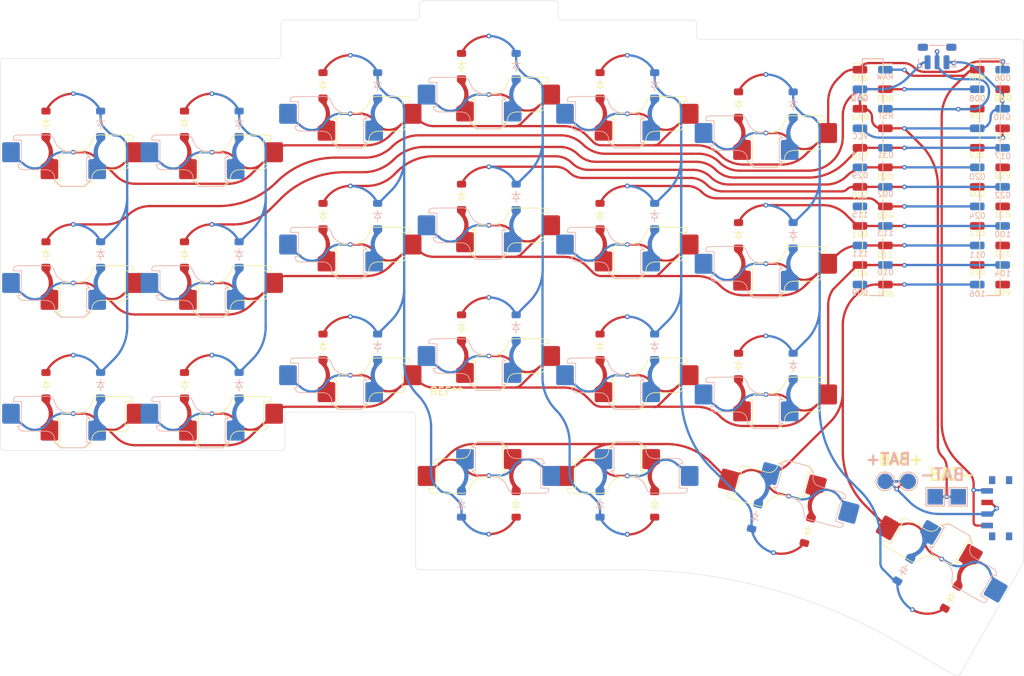
<source format=kicad_pcb>
(kicad_pcb (version 20240108) (generator "pcbnew") (generator_version "8.0")
  (layers (0 "F.Cu" signal) (31 "B.Cu" signal) (34 "B.Paste" user) (35 "F.Paste" user) (36 "B.SilkS" user "B.Silkscreen") (37 "F.SilkS" user "F.Silkscreen") (38 "B.Mask" user) (39 "F.Mask" user) (44 "Edge.Cuts" user))
  (net 0 "")
  (net 1 "row3")
  (net 2 "col2")
  (net 3 "col3")
  (net 4 "col4")
  (net 5 "col5")
  (net 6 "col0")
  (net 7 "row0")
  (net 8 "row1")
  (net 9 "row2")
  (net 10 "col1")
  (net 11 "GND")
  (net 12 "raw")
  (net 14 "reset")
  (net 15 "VCC")
  (net 33 "batt")
  (footprint "Keyboard:choc_hotswap_18_17_sod123" (layer "F.Cu") (at 64.3 28.1)
    (property "Reference" "SW7" (hide yes))
    (property "Value" "~")
  )
  (footprint "Keyboard:choc_hotswap_18_17_sod123" (layer "F.Cu") (at 82.299998 82.6 180)
    (property "Reference" "SW19" (hide yes))
    (property "Value" "~")
  )
  (footprint "" (layer "F.Cu") (at 127.299999 25.1)
    (property "Reference" "")
    (property "Value" "")
  )
  (footprint "TestPoint:TestPoint_Pad_2.0x2.0mm" (layer "F.Cu") (at 140.299999 81.6)
    (property "Reference" "TP4" (hide yes))
    (property "Value" "TestPoint" (hide yes))
  )
  (footprint "Keyboard:choc_hotswap_18_17_sod123" (layer "F.Cu") (at 100.299999 28.1)
    (property "Reference" "SW13" (hide yes))
    (property "Value" "~")
  )
  (footprint "Keyboard:choc_hotswap_18_17_sod123" (layer "F.Cu") (at 28.299999 50.1)
    (property "Reference" "SW2" (hide yes))
    (property "Value" "~")
  )
  (footprint "" (layer "F.Cu") (at 22.799999 58.6)
    (property "Reference" "")
    (property "Value" "")
  )
  (footprint "TestPoint:TestPoint_Pad_D2.0mm" (layer "F.Cu") (at 136.799999 79.6)
    (property "Reference" "TP2" (hide yes))
    (property "Value" "TestPoint" (hide yes))
  )
  (footprint "Keyboard:choc_hotswap_18_17_sod123" (layer "F.Cu") (at 100.299999 62.1)
    (property "Reference" "SW15" (hide yes))
    (property "Value" "~")
  )
  (footprint "Keyboard:choc_hotswap_18_17_sod123" (layer "F.Cu") (at 118.3 30.6)
    (property "Reference" "SW16" (hide yes))
    (property "Value" "~")
  )
  (footprint "MountingHole:MountingHole_2mm" (layer "F.Cu") (at 76.799999 71.1)
    (property "Reference" "REF**")
    (property "Value" "MountingHole_2mm")
  )
  (footprint "Keyboard:choc_hotswap_18_17_sod123" (layer "F.Cu") (at 118.3 64.6)
    (property "Reference" "SW18" (hide yes))
    (property "Value" "~")
  )
  (footprint "Keyboard:choc_hotswap_18_17_sod123" (layer "F.Cu") (at 46.299999 50.1)
    (property "Reference" "SW5" (hide yes))
    (property "Value" "~")
  )
  (footprint "TestPoint:TestPoint_Pad_2.0x2.0mm" (layer "F.Cu") (at 143.299999 81.6)
    (property "Reference" "TP3" (hide yes))
    (property "Value" "TestPoint" (hide yes))
  )
  (footprint "Button_Switch_SMD:SW_Push_1P1T-MP_NO_Horizontal_Alps_SKRTLAE010" (layer "F.Cu") (at 140.549999 24.2 180)
    (property "Reference" "SW25" (hide yes))
    (property "Value" "SW_Push" (hide yes))
  )
  (footprint "Keyboard:choc_hotswap_18_17_sod123" (layer "F.Cu") (at 120.299998 85.1 165)
    (property "Reference" "SW21" (hide yes))
    (property "Value" "~")
  )
  (footprint "Keyboard:choc_hotswap_18_17_sod123" (layer "F.Cu") (at 139.299998 92.900324 150)
    (property "Reference" "SW22" (hide yes))
    (property "Value" "~")
  )
  (footprint "" (layer "F.Cu") (at 148.299999 73.1)
    (property "Reference" "")
    (property "Value" "")
  )
  (footprint "Keyboard:choc_hotswap_18_17_sod123" (layer "F.Cu") (at 82.299999 59.6)
    (property "Reference" "SW12" (hide yes))
    (property "Value" "~")
  )
  (footprint "" (layer "F.Cu") (at 22.799999 41.6)
    (property "Reference" "")
    (property "Value" "")
  )
  (footprint "Keyboard:switch_SSSS811101" (layer "F.Cu") (at 148.799999 83.1 90)
    (property "Reference" "SW23" (hide yes))
    (property "Value" "SW_SPDT" (hide yes))
  )
  (footprint "Keyboard:choc_hotswap_18_17_sod123" (layer "F.Cu") (at 64.3 45.1)
    (property "Reference" "SW8" (hide yes))
    (property "Value" "~")
  )
  (footprint "Keyboard:choc_hotswap_18_17_sod123" (layer "F.Cu") (at 82.3 25.6)
    (property "Reference" "SW10" (hide yes))
    (property "Value" "~")
  )
  (footprint "Keyboard:choc_hotswap_18_17_sod123" (layer "F.Cu") (at 64.3 62.1)
    (property "Reference" "SW9" (hide yes))
    (property "Value" "~")
  )
  (footprint "Keyboard:choc_hotswap_18_17_sod123" (layer "F.Cu") (at 118.3 47.6)
    (property "Reference" "SW17" (hide yes))
    (property "Value" "~")
  )
  (footprint "Keyboard:choc_hotswap_18_17_sod123" (layer "F.Cu") (at 82.299999 42.6)
    (property "Reference" "SW11" (hide yes))
    (property "Value" "~")
  )
  (footprint "Keyboard:choc_hotswap_18_17_sod123" (layer "F.Cu") (at 46.299999 67.1)
    (property "Reference" "SW6" (hide yes))
    (property "Value" "~")
  )
  (footprint "TestPoint:TestPoint_Pad_D2.0mm" (layer "F.Cu") (at 133.799999 79.6)
    (property "Reference" "TP1" (hide yes))
    (property "Value" "TestPoint" (hide yes))
  )
  (footprint "Keyboard:choc_hotswap_18_17_sod123" (layer "F.Cu") (at 46.299999 33.1)
    (property "Reference" "SW4" (hide yes))
    (property "Value" "~")
  )
  (footprint "Keyboard:Supermini face up left smd socket" (layer "F.Cu") (at 139.799999 40.035)
    (property "Reference" "U1" (hide yes))
    (property "Value" "Supermini")
  )
  (footprint "Button_Switch_SMD:SW_Push_1P1T-MP_NO_Horizontal_Alps_SKRTLAE010" (layer "B.Cu") (at 140.549999 24.2)
    (property "Reference" "SW26" (hide yes))
    (property "Value" "SW_Push" (hide yes))
  )
  (footprint "Keyboard:choc_hotswap_18_17_sod123" (layer "B.Cu") (at 28.299999 33.1 180)
    (property "Reference" "SW1" (hide yes))
    (property "Value" "~")
  )
  (footprint "TestPoint:TestPoint_Pad_2.0x2.0mm" (layer "B.Cu") (at 140.299999 81.6 180)
    (property "Reference" "TP7" (hide yes))
    (property "Value" "TestPoint" (hide yes))
  )
  (footprint "Keyboard:choc_hotswap_18_17_sod123" (layer "B.Cu") (at 100.299999 45.1 180)
    (property "Reference" "SW14" (hide yes))
    (property "Value" "~")
  )
  (footprint "TestPoint:TestPoint_Pad_2.0x2.0mm" (layer "B.Cu") (at 143.299999 81.6 180)
    (property "Reference" "TP8" (hide yes))
    (property "Value" "TestPoint" (hide yes))
  )
  (footprint "Keyboard:switch_SSSS811101" (layer "B.Cu") (at 148.799999 83.1 -90)
    (property "Reference" "SW24" (hide yes))
    (property "Value" "SW_SPDT" (hide yes))
  )
  (footprint "Keyboard:choc_hotswap_18_17_sod123" (layer "B.Cu") (at 100.299998 82.6)
    (property "Reference" "SW20" (hide yes))
    (property "Value" "~")
  )
  (footprint "Keyboard:Supermini face up left smd socket" (layer "B.Cu") (at 139.799999 40.035 180)
    (property "Reference" "U2" (hide yes))
    (property "Value" "Supermini")
  )
  (footprint "Keyboard:choc_hotswap_18_17_sod123" (layer "B.Cu") (at 28.299999 67.1 180)
    (property "Reference" "SW3" (hide yes))
    (property "Value" "~")
  )
  (footprint "TestPoint:TestPoint_Pad_D2.0mm" (layer "B.Cu") (at 136.799999 79.6 180)
    (property "Reference" "TP6" (hide yes))
    (property "Value" "TestPoint" (hide yes))
  )
  (footprint "TestPoint:TestPoint_Pad_D2.0mm" (layer "B.Cu") (at 133.799999 79.6 180)
    (property "Reference" "TP5" (hide yes))
    (property "Value" "TestPoint" (hide yes))
  )
  (gr_line (start 83.699999 46.3) (end 82.299999 46.3) (stroke (width 0.3)) (layer "F.Cu") (net 8))
  (gr_arc (start 65.700823 31.78193) (mid 66.655459 32.046541) (end 67.4 32.7) (stroke (width 0.3)) (layer "F.Cu") (net 7))
  (gr_line (start 29.699999 36.8) (end 28.299999 36.8) (stroke (width 0.3)) (layer "F.Cu") (net 7))
  (gr_arc (start 78.750001 23.95) (mid 80.194565 22.299677) (end 82.3 21.685285) (stroke (width 0.3)) (layer "F.Cu") (net 3))
  (gr_arc (start 139.927815 89.011268) (mid 139.233381 88.30479) (end 138.915319 87.366607) (stroke (width 0.3)) (layer "F.Cu") (net 1))
  (gr_arc (start 106.684425 33.382202) (mid 104.872443 33.858445) (end 103.4 32.7) (stroke (width 0.3)) (layer "F.Cu") (net 7))
  (gr_line (start 65.7 65.8) (end 64.3 65.8) (stroke (width 0.3)) (layer "F.Cu") (net 9))
  (gr_arc (start 88.684425 47.882202) (mid 89.373288 47.409891) (end 90.185825 47.216512) (stroke (width 0.3)) (layer "F.Cu") (net 8))
  (gr_arc (start 52.684425 38.382202) (mid 53.373288 37.909891) (end 54.185825 37.716512) (stroke (width 0.3)) (layer "F.Cu") (net 7))
  (gr_arc (start 65.700823 65.78193) (mid 66.655459 66.046541) (end 67.4 66.7) (stroke (width 0.3)) (layer "F.Cu") (net 9))
  (gr_arc (start 52.684425 55.382202) (mid 50.872443 55.858445) (end 49.4 54.7) (stroke (width 0.3)) (layer "F.Cu") (net 8))
  (gr_arc (start 34.695245 72.394567) (mid 32.874407 72.875626) (end 31.389811 71.716812) (stroke (width 0.3)) (layer "F.Cu") (net 9))
  (gr_arc (start 124.684426 52.882202) (mid 125.373289 52.409891) (end 126.185826 52.216512) (stroke (width 0.3)) (layer "F.Cu") (net 8))
  (gr_line (start 119.7 51.3) (end 118.3 51.3) (stroke (width 0.3)) (layer "F.Cu") (net 8))
  (gr_arc (start 141.549387 96.104265) (mid 139.473196 96.811205) (end 137.34264 96.290567) (stroke (width 0.3)) (layer "F.Cu") (net 5))
  (gr_arc (start 124.684426 52.882202) (mid 122.872444 53.358445) (end 121.400001 52.2) (stroke (width 0.3)) (layer "F.Cu") (net 8))
  (gr_arc (start 60.750001 26.45) (mid 62.194565 24.799677) (end 64.3 24.185285) (stroke (width 0.3)) (layer "F.Cu") (net 2))
  (gr_arc (start 83.700823 29.28193) (mid 84.655459 29.546541) (end 85.4 30.2) (stroke (width 0.3)) (layer "F.Cu") (net 7))
  (gr_arc (start 124.684426 35.882202) (mid 125.373289 35.409891) (end 126.185826 35.216512) (stroke (width 0.3)) (layer "F.Cu") (net 7))
  (gr_arc (start 34.695245 38.394567) (mid 35.379439 37.925097) (end 36.186644 37.732886) (stroke (width 0.3)) (layer "F.Cu") (net 7))
  (gr_line (start 29.699999 70.8) (end 28.299999 70.8) (stroke (width 0.3)) (layer "F.Cu") (net 9))
  (gr_arc (start 75.915572 77.269548) (mid 75.226709 77.741859) (end 74.414172 77.935238) (stroke (width 0.3)) (layer "F.Cu") (net 1))
  (gr_arc (start 96.75 60.45) (mid 98.194564 58.799677) (end 100.299999 58.185285) (stroke (width 0.3)) (layer "F.Cu") (net 4))
  (gr_arc (start 75.915572 77.269548) (mid 77.727554 76.793305) (end 79.199997 77.95175) (stroke (width 0.3)) (layer "F.Cu") (net 1))
  (gr_arc (start 106.684425 67.382202) (mid 107.373289 66.909891) (end 108.185825 66.716512) (stroke (width 0.3)) (layer "F.Cu") (net 9))
  (gr_arc (start 60.750001 60.45) (mid 62.194565 58.799677) (end 64.3 58.185285) (stroke (width 0.3)) (layer "F.Cu") (net 2))
  (gr_arc (start 96.75 26.45) (mid 98.194564 24.799677) (end 100.299999 24.185285) (stroke (width 0.3)) (layer "F.Cu") (net 4))
  (gr_line (start 47.699999 53.8) (end 46.299999 53.8) (stroke (width 0.3)) (layer "F.Cu") (net 8))
  (gr_arc (start 88.684425 64.882202) (mid 89.373288 64.409891) (end 90.185825 64.216512) (stroke (width 0.3)) (layer "F.Cu") (net 9))
  (gr_arc (start 98.899998 78.899999) (mid 97.949768 78.635721) (end 97.210187 77.983188) (stroke (width 0.3)) (layer "F.Cu") (net 1))
  (gr_arc (start 114.750001 28.95) (mid 116.194565 27.299677) (end 118.3 26.685285) (stroke (width 0.3)) (layer "F.Cu") (net 5))
  (gr_arc (start 136.412024 85.13359) (mid 138.219369 85.627142) (end 138.915318 87.366607) (stroke (width 0.3)) (layer "F.Cu") (net 1))
  (gr_arc (start 88.684426 30.882202) (mid 86.872444 31.358445) (end 85.400001 30.2) (stroke (width 0.3)) (layer "F.Cu") (net 7))
  (gr_arc (start 119.700823 68.28193) (mid 120.655459 68.546541) (end 121.4 69.2) (stroke (width 0.3)) (layer "F.Cu") (net 9))
  (gr_arc (start 52.684425 72.382202) (mid 53.373289 71.909891) (end 54.185825 71.716512) (stroke (width 0.3)) (layer "F.Cu") (net 9))
  (gr_arc (start 42.75 65.45) (mid 44.194564 63.799677) (end 46.299999 63.185285) (stroke (width 0.3)) (layer "F.Cu") (net 10))
  (gr_line (start 80.899998 78.85175) (end 82.299998 78.85175) (stroke (width 0.3)) (layer "F.Cu") (net 1))
  (gr_line (start 119.7 68.3) (end 118.3 68.3) (stroke (width 0.3)) (layer "F.Cu") (net 9))
  (gr_arc (start 119.700823 51.28193) (mid 120.655459 51.546541) (end 121.4 52.2) (stroke (width 0.3)) (layer "F.Cu") (net 8))
  (gr_arc (start 85.849997 84.20175) (mid 84.405433 85.852073) (end 82.299998 86.466465) (stroke (width 0.3)) (layer "F.Cu") (net 2))
  (gr_arc (start 70.684426 67.382202) (mid 68.872444 67.858445) (end 67.400001 66.7) (stroke (width 0.3)) (layer "F.Cu") (net 9))
  (gr_arc (start 106.695245 50.394567) (mid 107.379439 49.925097) (end 108.186644 49.732886) (stroke (width 0.3)) (layer "F.Cu") (net 8))
  (gr_arc (start 106.684425 67.382202) (mid 107.373288 66.909891) (end 108.185825 66.716512) (stroke (width 0.3)) (layer "F.Cu") (net 9))
  (gr_arc (start 114.750001 62.95) (mid 116.194565 61.299677) (end 118.3 60.685285) (stroke (width 0.3)) (layer "F.Cu") (net 5))
  (gr_arc (start 124.684426 69.882202) (mid 122.872444 70.358445) (end 121.400001 69.2) (stroke (width 0.3)) (layer "F.Cu") (net 9))
  (gr_arc (start 119.700823 34.28193) (mid 120.655459 34.546541) (end 121.4 35.2) (stroke (width 0.3)) (layer "F.Cu") (net 7))
  (gr_arc (start 70.684426 50.382202) (mid 71.37329 49.909891) (end 72.185826 49.716512) (stroke (width 0.3)) (layer "F.Cu") (net 8))
  (gr_arc (start 88.684425 47.882202) (mid 86.872443 48.358445) (end 85.4 47.2) (stroke (width 0.3)) (layer "F.Cu") (net 8))
  (gr_arc (start 78.75 57.95) (mid 80.194564 56.299677) (end 82.299999 55.685285) (stroke (width 0.3)) (layer "F.Cu") (net 3))
  (gr_arc (start 24.75 48.45) (mid 26.194564 46.799677) (end 28.299999 46.185285) (stroke (width 0.3)) (layer "F.Cu") (net 6))
  (gr_arc (start 29.700822 53.78193) (mid 30.655458 54.046541) (end 31.399999 54.7) (stroke (width 0.3)) (layer "F.Cu") (net 8))
  (gr_arc (start 52.684425 55.382202) (mid 53.373288 54.909891) (end 54.185825 54.716512) (stroke (width 0.3)) (layer "F.Cu") (net 8))
  (gr_arc (start 42.75 31.45) (mid 44.194564 29.799677) (end 46.299999 29.185285) (stroke (width 0.3)) (layer "F.Cu") (net 10))
  (gr_arc (start 96.75 43.45) (mid 98.194564 41.799676) (end 100.299999 41.185286) (stroke (width 0.3)) (layer "F.Cu") (net 4))
  (gr_arc (start 52.684425 38.382202) (mid 50.872443 38.858445) (end 49.4 37.7) (stroke (width 0.3)) (layer "F.Cu") (net 7))
  (gr_arc (start 106.684425 33.382202) (mid 107.373288 32.909891) (end 108.185825 32.716512) (stroke (width 0.3)) (layer "F.Cu") (net 7))
  (gr_arc (start 70.684426 67.382202) (mid 71.37329 66.909891) (end 72.185826 66.716512) (stroke (width 0.3)) (layer "F.Cu") (net 9))
  (gr_arc (start 119.89986 81.180969) (mid 119.046239 80.678297) (end 118.496196 79.854402) (stroke (width 0.3)) (layer "F.Cu") (net 1))
  (gr_line (start 101.699999 48.8) (end 100.299999 48.8) (stroke (width 0.3)) (layer "F.Cu") (net 8))
  (gr_arc (start 80.899175 78.86982) (mid 79.944539 78.605209) (end 79.199998 77.95175) (stroke (width 0.3)) (layer "F.Cu") (net 1))
  (gr_arc (start 106.684425 67.382202) (mid 104.872443 67.858445) (end 103.4 66.7) (stroke (width 0.3)) (layer "F.Cu") (net 9))
  (gr_arc (start 70.684426 33.382202) (mid 68.872444 33.858445) (end 67.400001 32.7) (stroke (width 0.3)) (layer "F.Cu") (net 7))
  (gr_line (start 83.699999 63.3) (end 82.299999 63.3) (stroke (width 0.3)) (layer "F.Cu") (net 9))
  (gr_arc (start 29.699999 70.800001) (mid 30.650229 71.064279) (end 31.38981 71.716812) (stroke (width 0.3)) (layer "F.Cu") (net 9))
  (gr_arc (start 47.700822 36.78193) (mid 48.655458 37.046541) (end 49.399999 37.7) (stroke (width 0.3)) (layer "F.Cu") (net 7))
  (gr_arc (start 47.700822 53.78193) (mid 48.655458 54.046541) (end 49.399999 54.7) (stroke (width 0.3)) (layer "F.Cu") (net 8))
  (gr_line (start 47.699999 70.8) (end 46.299999 70.8) (stroke (width 0.3)) (layer "F.Cu") (net 9))
  (gr_arc (start 47.700822 70.78193) (mid 48.655458 71.046541) (end 49.399999 71.7) (stroke (width 0.3)) (layer "F.Cu") (net 9))
  (gr_arc (start 24.75 31.45) (mid 26.194564 29.799676) (end 28.299999 29.185286) (stroke (width 0.3)) (layer "F.Cu") (net 6))
  (gr_arc (start 103.849997 84.25) (mid 102.405433 85.900324) (end 100.299998 86.514714) (stroke (width 0.3)) (layer "F.Cu") (net 3))
  (gr_line (start 119.7 34.3) (end 118.3 34.3) (stroke (width 0.3)) (layer "F.Cu") (net 7))
  (gr_arc (start 101.700822 65.78193) (mid 102.655458 66.046541) (end 103.399999 66.7) (stroke (width 0.3)) (layer "F.Cu") (net 9))
  (gr_line (start 47.699999 36.8) (end 46.299999 36.8) (stroke (width 0.3)) (layer "F.Cu") (net 7))
  (gr_arc (start 34.684425 55.382202) (mid 32.872443 55.858445) (end 31.4 54.7) (stroke (width 0.3)) (layer "F.Cu") (net 8))
  (gr_arc (start 136.412024 85.13359) (mid 135.579295 85.198192) (end 134.778928 84.959394) (stroke (width 0.3)) (layer "F.Cu") (net 1))
  (gr_arc (start 106.695245 50.394567) (mid 104.874407 50.875626) (end 103.389811 49.716812) (stroke (width 0.3)) (layer "F.Cu") (net 8))
  (gr_arc (start 88.684425 64.882202) (mid 86.872443 65.358445) (end 85.4 64.2) (stroke (width 0.3)) (layer "F.Cu") (net 9))
  (gr_arc (start 93.904752 77.305433) (mid 93.220558 77.774903) (end 92.413353 77.967114) (stroke (width 0.3)) (layer "F.Cu") (net 1))
  (gr_arc (start 115.500251 78.345374) (mid 117.373751 78.354334) (end 118.496195 79.854402) (stroke (width 0.3)) (layer "F.Cu") (net 1))
  (gr_arc (start 34.695245 72.394567) (mid 35.379439 71.925097) (end 36.186644 71.732886) (stroke (width 0.3)) (layer "F.Cu") (net 9))
  (gr_arc (start 106.684425 50.382202) (mid 107.373289 49.909891) (end 108.185825 49.716512) (stroke (width 0.3)) (layer "F.Cu") (net 8))
  (gr_arc (start 93.904752 77.305433) (mid 95.72559 76.824374) (end 97.210186 77.983188) (stroke (width 0.3)) (layer "F.Cu") (net 1))
  (gr_arc (start 34.695245 38.394567) (mid 32.874407 38.875626) (end 31.389811 37.716812) (stroke (width 0.3)) (layer "F.Cu") (net 7))
  (gr_arc (start 70.684426 50.382202) (mid 68.872444 50.858445) (end 67.400001 49.7) (stroke (width 0.3)) (layer "F.Cu") (net 8))
  (gr_arc (start 124.684426 35.882202) (mid 122.872444 36.358445) (end 121.400001 35.2) (stroke (width 0.3)) (layer "F.Cu") (net 7))
  (gr_arc (start 42.75 48.45) (mid 44.194564 46.799677) (end 46.299999 46.185285) (stroke (width 0.3)) (layer "F.Cu") (net 10))
  (gr_arc (start 52.684425 72.382202) (mid 50.872443 72.858445) (end 49.4 71.7) (stroke (width 0.3)) (layer "F.Cu") (net 9))
  (gr_arc (start 70.684426 50.382202) (mid 71.373289 49.909891) (end 72.185826 49.716512) (stroke (width 0.3)) (layer "F.Cu") (net 8))
  (gr_line (start 101.699999 31.8) (end 100.299999 31.8) (stroke (width 0.3)) (layer "F.Cu") (net 7))
  (gr_arc (start 124.684426 69.882202) (mid 125.373289 69.409891) (end 126.185826 69.216512) (stroke (width 0.3)) (layer "F.Cu") (net 9))
  (gr_line (start 29.699999 53.8) (end 28.299999 53.8) (stroke (width 0.3)) (layer "F.Cu") (net 8))
  (gr_arc (start 101.700822 31.78193) (mid 102.655458 32.046541) (end 103.399999 32.7) (stroke (width 0.3)) (layer "F.Cu") (net 7))
  (gr_arc (start 52.684425 72.382202) (mid 53.373288 71.909891) (end 54.185825 71.716512) (stroke (width 0.3)) (layer "F.Cu") (net 9))
  (gr_arc (start 123.301982 87.612585) (mid 121.479505 88.832794) (end 119.286795 88.881324) (stroke (width 0.3)) (layer "F.Cu") (net 4))
  (gr_line (start 119.905332 81.163728) (end 121.257628 81.526074) (stroke (width 0.3)) (layer "F.Cu") (net 1))
  (gr_arc (start 34.684425 55.382202) (mid 35.373288 54.909891) (end 36.185825 54.716512) (stroke (width 0.3)) (layer "F.Cu") (net 8))
  (gr_arc (start 70.684426 67.382202) (mid 71.373289 66.909891) (end 72.185826 66.716512) (stroke (width 0.3)) (layer "F.Cu") (net 9))
  (gr_arc (start 65.700823 48.78193) (mid 66.655459 49.046541) (end 67.4 49.7) (stroke (width 0.3)) (layer "F.Cu") (net 8))
  (gr_arc (start 52.684425 55.382202) (mid 53.373289 54.909891) (end 54.185825 54.716512) (stroke (width 0.3)) (layer "F.Cu") (net 8))
  (gr_arc (start 78.75 40.95) (mid 80.194564 39.299677) (end 82.299999 38.685285) (stroke (width 0.3)) (layer "F.Cu") (net 3))
  (gr_arc (start 24.75 65.45) (mid 26.194564 63.799676) (end 28.299999 63.185286) (stroke (width 0.3)) (layer "F.Cu") (net 6))
  (gr_arc (start 88.684426 30.882202) (mid 89.373289 30.409891) (end 90.185826 30.216512) (stroke (width 0.3)) (layer "F.Cu") (net 7))
  (gr_line (start 139.937562 88.99603) (end 141.149998 89.69603) (stroke (width 0.3)) (layer "F.Cu") (net 1))
  (gr_arc (start 70.684426 33.382202) (mid 71.373289 32.909891) (end 72.185826 32.716512) (stroke (width 0.3)) (layer "F.Cu") (net 7))
  (gr_line (start 65.7 31.8) (end 64.3 31.8) (stroke (width 0.3)) (layer "F.Cu") (net 7))
  (gr_line (start 98.899998 78.9) (end 100.299998 78.9) (stroke (width 0.3)) (layer "F.Cu") (net 1))
  (gr_arc (start 83.700822 46.28193) (mid 84.655458 46.546541) (end 85.399999 47.2) (stroke (width 0.3)) (layer "F.Cu") (net 8))
  (gr_arc (start 114.750001 45.95) (mid 116.194565 44.299677) (end 118.3 43.685285) (stroke (width 0.3)) (layer "F.Cu") (net 5))
  (gr_arc (start 60.750001 43.45) (mid 62.194565 41.799677) (end 64.3 41.185285) (stroke (width 0.3)) (layer "F.Cu") (net 2))
  (gr_line (start 65.7 48.8) (end 64.3 48.8) (stroke (width 0.3)) (layer "F.Cu") (net 8))
  (gr_arc (start 101.699999 48.800001) (mid 102.650229 49.064279) (end 103.38981 49.716812) (stroke (width 0.3)) (layer "F.Cu") (net 8))
  (gr_arc (start 83.700822 63.28193) (mid 84.655458 63.546541) (end 85.399999 64.2) (stroke (width 0.3)) (layer "F.Cu") (net 9))
  (gr_arc (start 29.699999 36.800001) (mid 30.650229 37.064279) (end 31.38981 37.716812) (stroke (width 0.3)) (layer "F.Cu") (net 7))
  (gr_arc (start 124.684426 69.882202) (mid 125.373289 69.409891) (end 126.185826 69.216512) (stroke (width 0.3)) (layer "F.Cu") (net 9))
  (gr_line (start 101.699999 65.8) (end 100.299999 65.8) (stroke (width 0.3)) (layer "F.Cu") (net 9))
  (gr_arc (start 115.500251 78.345374) (mid 114.712617 78.623301) (end 113.877716 78.59979) (stroke (width 0.3)) (layer "F.Cu") (net 1))
  (gr_line (start 83.7 29.3) (end 82.3 29.3) (stroke (width 0.3)) (layer "F.Cu") (net 7))
  (gr_arc (start 124.684426 52.882202) (mid 125.373289 52.409891) (end 126.185826 52.216512) (stroke (width 0.3)) (layer "F.Cu") (net 8))
  (gr_arc (start 118.3 43.685286) (mid 120.405434 44.299677) (end 121.849999 45.95) (stroke (width 0.3)) (layer "B.Cu") (net 5))
  (gr_arc (start 82.299999 55.685286) (mid 84.405433 56.299677) (end 85.849998 57.95) (stroke (width 0.3)) (layer "B.Cu") (net 3))
  (gr_line (start 100.299999 65.8) (end 98.899999 65.8) (stroke (width 0.3)) (layer "B.Cu") (net 9))
  (gr_arc (start 56.413355 49.732886) (mid 57.22056 49.925097) (end 57.904754 50.394567) (stroke (width 0.3)) (layer "B.Cu") (net 8))
  (gr_line (start 82.299999 46.3) (end 80.899999 46.3) (stroke (width 0.3)) (layer "B.Cu") (net 8))
  (gr_arc (start 20.414173 71.716512) (mid 21.22671 71.90989) (end 21.915573 72.382202) (stroke (width 0.3)) (layer "B.Cu") (net 9))
  (gr_arc (start 43.210188 37.716812) (mid 43.94977 37.06428) (end 44.899999 36.800001) (stroke (width 0.3)) (layer "B.Cu") (net 7))
  (gr_arc (start 118.3 60.685286) (mid 120.405434 61.299677) (end 121.849999 62.95) (stroke (width 0.3)) (layer "B.Cu") (net 5))
  (gr_arc (start 85.389809 77.934938) (mid 84.650227 78.58747) (end 83.699998 78.851749) (stroke (width 0.3)) (layer "B.Cu") (net 1))
  (gr_line (start 64.3 31.8) (end 62.9 31.8) (stroke (width 0.3)) (layer "B.Cu") (net 7))
  (gr_arc (start 85.38981 77.934938) (mid 86.874405 76.776121) (end 88.695244 77.257183) (stroke (width 0.3)) (layer "B.Cu") (net 1))
  (gr_arc (start 115.210188 35.216812) (mid 113.725593 36.375629) (end 111.904754 35.894567) (stroke (width 0.3)) (layer "B.Cu") (net 7))
  (gr_arc (start 25.210187 54.716812) (mid 23.725592 55.875629) (end 21.904753 55.394567) (stroke (width 0.3)) (layer "B.Cu") (net 8))
  (gr_arc (start 115.210188 69.216812) (mid 113.725593 70.375629) (end 111.904754 69.894567) (stroke (width 0.3)) (layer "B.Cu") (net 9))
  (gr_arc (start 100.299999 58.185286) (mid 102.405433 58.799677) (end 103.849998 60.45) (stroke (width 0.3)) (layer "B.Cu") (net 4))
  (gr_arc (start 79.210188 30.216812) (mid 77.725593 31.375629) (end 75.904754 30.894567) (stroke (width 0.3)) (layer "B.Cu") (net 7))
  (gr_arc (start 100.299999 24.185286) (mid 102.405433 24.799677) (end 103.849998 26.45) (stroke (width 0.3)) (layer "B.Cu") (net 4))
  (gr_line (start 121.257628 81.526074) (end 122.609925 81.888421) (stroke (width 0.3)) (layer "B.Cu") (net 1))
  (gr_line (start 100.299999 48.8) (end 98.899999 48.8) (stroke (width 0.3)) (layer "B.Cu") (net 8))
  (gr_arc (start 25.199998 37.7) (mid 23.727555 38.858443) (end 21.915573 38.382202) (stroke (width 0.3)) (layer "B.Cu") (net 7))
  (gr_arc (start 25.199999 71.7) (mid 25.944539 71.04654) (end 26.899176 70.78193) (stroke (width 0.3)) (layer "B.Cu") (net 9))
  (gr_arc (start 56.413355 32.732886) (mid 57.22056 32.925097) (end 57.904754 33.394567) (stroke (width 0.3)) (layer "B.Cu") (net 7))
  (gr_arc (start 20.414173 37.716512) (mid 21.22671 37.90989) (end 21.915573 38.382202) (stroke (width 0.3)) (layer "B.Cu") (net 7))
  (gr_line (start 46.299999 70.8) (end 44.899999 70.8) (stroke (width 0.3)) (layer "B.Cu") (net 9))
  (gr_arc (start 92.414173 49.716512) (mid 93.22671 49.90989) (end 93.915573 50.382202) (stroke (width 0.3)) (layer "B.Cu") (net 8))
  (gr_arc (start 79.210188 64.216812) (mid 79.94977 63.56428) (end 80.899999 63.300001) (stroke (width 0.3)) (layer "B.Cu") (net 9))
  (gr_arc (start 74.413355 30.232886) (mid 75.22056 30.425097) (end 75.904754 30.894567) (stroke (width 0.3)) (layer "B.Cu") (net 7))
  (gr_arc (start 124.479445 81.440204) (mid 123.596176 81.879084) (end 122.609925 81.88842) (stroke (width 0.3)) (layer "B.Cu") (net 1))
  (gr_arc (start 56.413355 66.732886) (mid 57.22056 66.925097) (end 57.904754 67.394567) (stroke (width 0.3)) (layer "B.Cu") (net 9))
  (gr_line (start 64.3 65.8) (end 62.9 65.8) (stroke (width 0.3)) (layer "B.Cu") (net 9))
  (gr_arc (start 118.3 26.685286) (mid 120.405434 27.299677) (end 121.849999 28.95) (stroke (width 0.3)) (layer "B.Cu") (net 5))
  (gr_arc (start 97.210188 66.716812) (mid 97.94977 66.06428) (end 98.899999 65.800001) (stroke (width 0.3)) (layer "B.Cu") (net 9))
  (gr_arc (start 100.299998 86.514715) (mid 98.194563 85.900324) (end 96.749999 84.25) (stroke (width 0.3)) (layer "B.Cu") (net 3))
  (gr_arc (start 61.210189 32.716812) (mid 61.949771 32.06428) (end 62.9 31.800001) (stroke (width 0.3)) (layer "B.Cu") (net 7))
  (gr_arc (start 25.210188 54.716812) (mid 25.94977 54.06428) (end 26.899999 53.800001) (stroke (width 0.3)) (layer "B.Cu") (net 8))
  (gr_arc (start 97.210187 32.716812) (mid 95.725592 33.875629) (end 93.904753 33.394567) (stroke (width 0.3)) (layer "B.Cu") (net 7))
  (gr_arc (start 103.399999 78) (mid 104.872442 76.841557) (end 106.684424 77.317798) (stroke (width 0.3)) (layer "B.Cu") (net 1))
  (gr_line (start 118.3 51.3) (end 116.9 51.3) (stroke (width 0.3)) (layer "B.Cu") (net 8))
  (gr_arc (start 79.210187 47.216812) (mid 77.725592 48.375629) (end 75.904753 47.894567) (stroke (width 0.3)) (layer "B.Cu") (net 8))
  (gr_line (start 82.299999 63.3) (end 80.899999 63.3) (stroke (width 0.3)) (layer "B.Cu") (net 9))
  (gr_arc (start 82.299999 38.685286) (mid 84.405433 39.299677) (end 85.849998 40.95) (stroke (width 0.3)) (layer "B.Cu") (net 3))
  (gr_arc (start 82.299998 86.466464) (mid 80.194564 85.852073) (end 78.749999 84.20175) (stroke (width 0.3)) (layer "B.Cu") (net 2))
  (gr_arc (start 38.413354 71.732886) (mid 39.220559 71.925097) (end 39.904753 72.394567) (stroke (width 0.3)) (layer "B.Cu") (net 9))
  (gr_arc (start 43.210187 37.716812) (mid 41.725592 38.875629) (end 39.904753 38.394567) (stroke (width 0.3)) (layer "B.Cu") (net 7))
  (gr_arc (start 124.479446 81.440204) (mid 126.213379 80.705114) (end 127.847666 81.641052) (stroke (width 0.3)) (layer "B.Cu") (net 1))
  (gr_line (start 46.299999 53.8) (end 44.899999 53.8) (stroke (width 0.3)) (layer "B.Cu") (net 8))
  (gr_arc (start 100.299999 41.185285) (mid 102.405434 41.799676) (end 103.849998 43.45) (stroke (width 0.3)) (layer "B.Cu") (net 4))
  (gr_arc (start 61.210188 66.716812) (mid 59.725593 67.875629) (end 57.904754 67.394567) (stroke (width 0.3)) (layer "B.Cu") (net 9))
  (gr_arc (start 82.3 21.685286) (mid 84.405434 22.299677) (end 85.849999 23.95) (stroke (width 0.3)) (layer "B.Cu") (net 3))
  (gr_arc (start 79.210187 64.216812) (mid 77.725592 65.375629) (end 75.904753 64.894567) (stroke (width 0.3)) (layer "B.Cu") (net 9))
  (gr_arc (start 129.116991 82.66619) (mid 128.387039 82.271609) (end 127.847666 81.641052) (stroke (width 0.3)) (layer "B.Cu") (net 1))
  (gr_arc (start 64.3 58.185286) (mid 66.405434 58.799677) (end 67.849999 60.45) (stroke (width 0.3)) (layer "B.Cu") (net 2))
  (gr_arc (start 74.413354 47.232886) (mid 75.220559 47.425097) (end 75.904753 47.894567) (stroke (width 0.3)) (layer "B.Cu") (net 8))
  (gr_arc (start 148.446476 92.83145) (mid 147.843521 92.261388) (end 147.485727 91.512717) (stroke (width 0.3)) (layer "B.Cu") (net 1))
  (gr_arc (start 43.210187 71.716812) (mid 41.725592 72.875629) (end 39.904753 72.394567) (stroke (width 0.3)) (layer "B.Cu") (net 9))
  (gr_arc (start 97.210187 66.716812) (mid 95.725592 67.875629) (end 93.904753 67.394567) (stroke (width 0.3)) (layer "B.Cu") (net 9))
  (gr_line (start 82.3 29.3) (end 80.9 29.3) (stroke (width 0.3)) (layer "B.Cu") (net 7))
  (gr_arc (start 92.413354 32.732886) (mid 93.220559 32.925097) (end 93.904753 33.394567) (stroke (width 0.3)) (layer "B.Cu") (net 7))
  (gr_line (start 100.299999 31.8) (end 98.899999 31.8) (stroke (width 0.3)) (layer "B.Cu") (net 7))
  (gr_arc (start 79.210188 47.216812) (mid 79.94977 46.56428) (end 80.899999 46.300001) (stroke (width 0.3)) (layer "B.Cu") (net 8))
  (gr_arc (start 110.413355 35.232886) (mid 111.22056 35.425097) (end 111.904754 35.894567) (stroke (width 0.3)) (layer "B.Cu") (net 7))
  (gr_arc (start 25.199999 37.7) (mid 25.944539 37.04654) (end 26.899176 36.78193) (stroke (width 0.3)) (layer "B.Cu") (net 7))
  (gr_arc (start 74.413354 64.232886) (mid 75.220559 64.425097) (end 75.904753 64.894567) (stroke (width 0.3)) (layer "B.Cu") (net 9))
  (gr_arc (start 61.210188 32.716812) (mid 59.725593 33.875629) (end 57.904754 33.394567) (stroke (width 0.3)) (layer "B.Cu") (net 7))
  (gr_arc (start 144.284259 90.446953) (mid 143.317496 90.642271) (end 142.362434 90.396029) (stroke (width 0.3)) (layer "B.Cu") (net 1))
  (gr_arc (start 115.210189 69.216812) (mid 115.949771 68.56428) (end 116.9 68.300001) (stroke (width 0.3)) (layer "B.Cu") (net 9))
  (gr_arc (start 108.185824 77.983488) (mid 107.373287 77.79011) (end 106.684424 77.317798) (stroke (width 0.3)) (layer "B.Cu") (net 1))
  (gr_arc (start 144.28426 90.446954) (mid 146.149365 90.185687) (end 147.485727 91.512717) (stroke (width 0.3)) (layer "B.Cu") (net 1))
  (gr_line (start 28.299999 70.8) (end 26.899999 70.8) (stroke (width 0.3)) (layer "B.Cu") (net 9))
  (gr_line (start 28.299999 53.8) (end 26.899999 53.8) (stroke (width 0.3)) (layer "B.Cu") (net 8))
  (gr_line (start 141.149998 89.69603) (end 142.362434 90.39603) (stroke (width 0.3)) (layer "B.Cu") (net 1))
  (gr_arc (start 119.286795 88.881323) (mid 117.412118 87.74294) (end 116.443911 85.77497) (stroke (width 0.3)) (layer "B.Cu") (net 4))
  (gr_line (start 118.3 68.3) (end 116.9 68.3) (stroke (width 0.3)) (layer "B.Cu") (net 9))
  (gr_arc (start 97.199998 49.7) (mid 95.727555 50.858443) (end 93.915573 50.382202) (stroke (width 0.3)) (layer "B.Cu") (net 8))
  (gr_arc (start 64.3 24.185286) (mid 66.405434 24.799677) (end 67.849999 26.45) (stroke (width 0.3)) (layer "B.Cu") (net 2))
  (gr_arc (start 61.210188 49.716812) (mid 59.725593 50.875629) (end 57.904754 50.394567) (stroke (width 0.3)) (layer "B.Cu") (net 8))
  (gr_arc (start 28.299999 46.185286) (mid 30.405433 46.799677) (end 31.849998 48.45) (stroke (width 0.3)) (layer "B.Cu") (net 6))
  (gr_arc (start 61.210189 66.716812) (mid 61.949771 66.06428) (end 62.9 65.800001) (stroke (width 0.3)) (layer "B.Cu") (net 9))
  (gr_arc (start 90.186643 77.918864) (mid 89.379438 77.726653) (end 88.695244 77.257183) (stroke (width 0.3)) (layer "B.Cu") (net 1))
  (gr_arc (start 43.210188 71.716812) (mid 43.94977 71.06428) (end 44.899999 70.800001) (stroke (width 0.3)) (layer "B.Cu") (net 9))
  (gr_arc (start 92.413354 66.732886) (mid 93.220559 66.925097) (end 93.904753 67.394567) (stroke (width 0.3)) (layer "B.Cu") (net 9))
  (gr_arc (start 61.210189 49.716812) (mid 61.949771 49.06428) (end 62.9 48.800001) (stroke (width 0.3)) (layer "B.Cu") (net 8))
  (gr_arc (start 79.210189 30.216812) (mid 79.949771 29.56428) (end 80.9 29.300001) (stroke (width 0.3)) (layer "B.Cu") (net 7))
  (gr_line (start 46.299999 36.8) (end 44.899999 36.8) (stroke (width 0.3)) (layer "B.Cu") (net 7))
  (gr_arc (start 43.210188 54.716812) (mid 43.94977 54.06428) (end 44.899999 53.800001) (stroke (width 0.3)) (layer "B.Cu") (net 8))
  (gr_arc (start 97.210188 32.716812) (mid 97.94977 32.06428) (end 98.899999 31.800001) (stroke (width 0.3)) (layer "B.Cu") (net 7))
  (gr_arc (start 38.413354 54.732886) (mid 39.220559 54.925097) (end 39.904753 55.394567) (stroke (width 0.3)) (layer "B.Cu") (net 8))
  (gr_arc (start 28.299999 29.185285) (mid 30.405434 29.799676) (end 31.849998 31.45) (stroke (width 0.3)) (layer "B.Cu") (net 6))
  (gr_arc (start 46.299999 46.185286) (mid 48.405433 46.799677) (end 49.849998 48.45) (stroke (width 0.3)) (layer "B.Cu") (net 10))
  (gr_arc (start 43.210187 54.716812) (mid 41.725592 55.875629) (end 39.904753 55.394567) (stroke (width 0.3)) (layer "B.Cu") (net 8))
  (gr_line (start 118.3 34.3) (end 116.9 34.3) (stroke (width 0.3)) (layer "B.Cu") (net 7))
  (gr_arc (start 115.210188 52.216812) (mid 113.725593 53.375629) (end 111.904754 52.894567) (stroke (width 0.3)) (layer "B.Cu") (net 8))
  (gr_arc (start 25.199998 71.7) (mid 23.727555 72.858443) (end 21.915573 72.382202) (stroke (width 0.3)) (layer "B.Cu") (net 9))
  (gr_arc (start 137.342641 96.290566) (mid 135.826477 94.70577) (end 135.400609 92.554266) (stroke (width 0.3)) (layer "B.Cu") (net 5))
  (gr_arc (start 110.413355 69.232886) (mid 111.22056 69.425097) (end 111.904754 69.894567) (stroke (width 0.3)) (layer "B.Cu") (net 9))
  (gr_arc (start 46.299999 29.185286) (mid 48.405433 29.799677) (end 49.849998 31.45) (stroke (width 0.3)) (layer "B.Cu") (net 10))
  (gr_line (start 28.299999 36.8) (end 26.899999 36.8) (stroke (width 0.3)) (layer "B.Cu") (net 7))
  (gr_arc (start 28.299999 63.185285) (mid 30.405434 63.799676) (end 31.849998 65.45) (stroke (width 0.3)) (layer "B.Cu") (net 6))
  (gr_arc (start 46.299999 63.185286) (mid 48.405433 63.799677) (end 49.849998 65.45) (stroke (width 0.3)) (layer "B.Cu") (net 10))
  (gr_arc (start 110.413355 52.232886) (mid 111.22056 52.425097) (end 111.904754 52.894567) (stroke (width 0.3)) (layer "B.Cu") (net 8))
  (gr_line (start 82.299998 78.85175) (end 83.699998 78.85175) (stroke (width 0.3)) (layer "B.Cu") (net 1))
  (gr_arc (start 115.210189 52.216812) (mid 115.949771 51.56428) (end 116.9 51.300001) (stroke (width 0.3)) (layer "B.Cu") (net 8))
  (gr_arc (start 20.413354 54.732886) (mid 21.220559 54.925097) (end 21.904753 55.394567) (stroke (width 0.3)) (layer "B.Cu") (net 8))
  (gr_arc (start 103.399998 78) (mid 102.655458 78.65346) (end 101.700821 78.91807) (stroke (width 0.3)) (layer "B.Cu") (net 1))
  (gr_arc (start 115.210189 35.216812) (mid 115.949771 34.56428) (end 116.9 34.300001) (stroke (width 0.3)) (layer "B.Cu") (net 7))
  (gr_arc (start 64.3 41.185286) (mid 66.405434 41.799677) (end 67.849999 43.45) (stroke (width 0.3)) (layer "B.Cu") (net 2))
  (gr_arc (start 38.413354 37.732886) (mid 39.220559 37.925097) (end 39.904753 38.394567) (stroke (width 0.3)) (layer "B.Cu") (net 7))
  (gr_line (start 100.299998 78.9) (end 101.699998 78.9) (stroke (width 0.3)) (layer "B.Cu") (net 1))
  (gr_arc (start 97.199999 49.7) (mid 97.944539 49.04654) (end 98.899176 48.78193) (stroke (width 0.3)) (layer "B.Cu") (net 8))
  (gr_line (start 64.3 48.8) (end 62.9 48.8) (stroke (width 0.3)) (layer "B.Cu") (net 8))
  (gr_line (start 73.299999 19.1) (end 73.299999 17.6) (stroke (width 0.05)) (layer "Edge.Cuts"))
  (gr_arc (start 100.375559 91.1) (mid 118.644158 93.525905) (end 135.646531 100.635477) (stroke (width 0.05)) (layer "Edge.Cuts"))
  (gr_arc (start 108.799999 19.6) (mid 109.153553 19.746446) (end 109.299999 20.1) (stroke (width 0.05)) (layer "Edge.Cuts"))
  (gr_arc (start 151.299999 22.1) (mid 151.653553 22.246446) (end 151.799999 22.6) (stroke (width 0.05)) (layer "Edge.Cuts"))
  (gr_line (start 151.73501 90.214686) (end 143.549612 104.659506) (stroke (width 0.05)) (layer "Edge.Cuts"))
  (gr_line (start 72.799999 90.6) (end 72.799999 71.1) (stroke (width 0.05)) (layer "Edge.Cuts"))
  (gr_arc (start 143.549612 104.659506) (mid 143.244873 104.895731) (end 142.862666 104.844889) (stroke (width 0.05)) (layer "Edge.Cuts"))
  (gr_line (start 18.799999 75.1) (end 18.799999 25.1) (stroke (width 0.05)) (layer "Edge.Cuts"))
  (gr_arc (start 91.799999 19.6) (mid 91.446446 19.453553) (end 91.299999 19.1) (stroke (width 0.05)) (layer "Edge.Cuts"))
  (gr_line (start 72.299999 70.6) (end 56.299999 70.6) (stroke (width 0.05)) (layer "Edge.Cuts"))
  (gr_line (start 151.799999 22.6) (end 151.799999 89.96818) (stroke (width 0.05)) (layer "Edge.Cuts"))
  (gr_arc (start 109.799999 22.1) (mid 109.446446 21.953553) (end 109.299999 21.6) (stroke (width 0.05)) (layer "Edge.Cuts"))
  (gr_line (start 73.799999 17.1) (end 90.799999 17.1) (stroke (width 0.05)) (layer "Edge.Cuts"))
  (gr_arc (start 73.299999 91.1) (mid 72.946446 90.953553) (end 72.799999 90.6) (stroke (width 0.05)) (layer "Edge.Cuts"))
  (gr_arc (start 90.799999 17.1) (mid 91.153553 17.246446) (end 91.299999 17.6) (stroke (width 0.05)) (layer "Edge.Cuts"))
  (gr_line (start 91.799999 19.6) (end 108.799999 19.6) (stroke (width 0.05)) (layer "Edge.Cuts"))
  (gr_line (start 109.799999 22.1) (end 151.299999 22.1) (stroke (width 0.05)) (layer "Edge.Cuts"))
  (gr_line (start 55.299998 75.6) (end 19.299999 75.6) (stroke (width 0.05)) (layer "Edge.Cuts"))
  (gr_line (start 19.299999 24.6) (end 54.799999 24.6) (stroke (width 0.05)) (layer "Edge.Cuts"))
  (gr_line (start 55.299999 24.1) (end 55.299999 20.1) (stroke (width 0.05)) (layer "Edge.Cuts"))
  (gr_line (start 142.862666 104.844889) (end 135.646531 100.635477) (stroke (width 0.05)) (layer "Edge.Cuts"))
  (gr_line (start 100.375559 91.1) (end 73.299999 91.1) (stroke (width 0.05)) (layer "Edge.Cuts"))
  (gr_arc (start 151.799999 89.96818) (mid 151.783484 90.095646) (end 151.73501 90.214686) (stroke (width 0.05)) (layer "Edge.Cuts"))
  (gr_arc (start 55.299999 20.1) (mid 55.446446 19.746446) (end 55.799999 19.6) (stroke (width 0.05)) (layer "Edge.Cuts"))
  (gr_line (start 55.799999 71.1) (end 55.799999 75.1) (stroke (width 0.05)) (layer "Edge.Cuts"))
  (gr_line (start 109.299999 20.1) (end 109.299999 21.6) (stroke (width 0.05)) (layer "Edge.Cuts"))
  (gr_arc (start 55.799999 71.1) (mid 55.946446 70.746446) (end 56.299999 70.6) (stroke (width 0.05)) (layer "Edge.Cuts"))
  (gr_arc (start 55.299999 24.1) (mid 55.153552 24.453553) (end 54.799999 24.6) (stroke (width 0.05)) (layer "Edge.Cuts"))
  (gr_arc (start 19.299999 75.6) (mid 18.946446 75.453553) (end 18.799999 75.1) (stroke (width 0.05)) (layer "Edge.Cuts"))
  (gr_line (start 55.799999 19.6) (end 72.799999 19.6) (stroke (width 0.05)) (layer "Edge.Cuts"))
  (gr_arc (start 18.799999 25.1) (mid 18.946446 24.746446) (end 19.299999 24.6) (stroke (width 0.05)) (layer "Edge.Cuts"))
  (gr_arc (start 73.299999 17.6) (mid 73.446446 17.246446) (end 73.799999 17.1) (stroke (width 0.05)) (layer "Edge.Cuts"))
  (gr_arc (start 72.299999 70.6) (mid 72.653553 70.746446) (end 72.799999 71.1) (stroke (width 0.05)) (layer "Edge.Cuts"))
  (gr_line (start 91.299999 17.6) (end 91.299999 19.1) (stroke (width 0.05)) (layer "Edge.Cuts"))
  (gr_arc (start 73.299999 19.1) (mid 73.153552 19.453553) (end 72.799999 19.6) (stroke (width 0.05)) (layer "Edge.Cuts"))
  (gr_arc (start 55.799998 75.1) (mid 55.653551 75.453553) (end 55.299998 75.6) (stroke (width 0.05)) (layer "Edge.Cuts"))
  (gr_text "BAT+" (at 137.299999 77.6 -0) (layer "B.SilkS") (effects (font (size 1.5 1.5) (thickness 0.3) (bold yes)) (justify left bottom mirror)))
  (gr_text "BAT-" (at 144.299999 79.6 -0) (layer "B.SilkS") (effects (font (size 1.5 1.5) (thickness 0.3) (bold yes)) (justify left bottom mirror)))
  (gr_text "BAT+" (at 132.799999 77.6 0) (layer "F.SilkS") (effects (font (size 1.5 1.5) (thickness 0.3) (bold yes)) (justify left bottom)))
  (gr_text "BAT-" (at 139.299999 79.6 0) (layer "F.SilkS") (effects (font (size 1.5 1.5) (thickness 0.3) (bold yes)) (justify left bottom)))
  (segment (start 118.930981 78.361337) (end 117.380754 78.361337) (width 0.3) (layer "F.Cu") (net 1))
  (segment (start 77.219228 76.026924) (end 75.944054 77.302099) (width 0.3) (layer "F.Cu") (net 1))
  (segment (start 111.094684 77.090695) (end 113.433629 79.42964) (width 0.3) (layer "F.Cu") (net 1))
  (segment (start 132.612999 54.005) (end 133.830999 54.005) (width 0.3) (layer "F.Cu") (net 1))
  (segment (start 94.691033 74.75175) (end 98.297772 74.75175) (width 0.3) (layer "F.Cu") (net 1))
  (segment (start 133.830999 54.005) (end 136.294999 54.005) (width 0.3) (layer "F.Cu") (net 1))
  (segment (start 95.219228 76.026924) (end 93.944054 77.302099) (width 0.3) (layer "F.Cu") (net 1))
  (segment (start 130.533742 54.866256) (end 129.847499 55.5525) (width 0.3) (layer "F.Cu") (net 1))
  (segment (start 136.294999 54.005) (end 136.299999 54) (width 0.3) (layer "F.Cu") (net 1))
  (segment (start 80.297772 74.75175) (end 94.691033 74.75175) (width 0.3) (layer "F.Cu") (net 1))
  (segment (start 105.447971 74.75175) (end 98.297772 74.75175) (width 0.3) (layer "F.Cu") (net 1))
  (segment (start 128.299999 67.970011) (end 128.299999 59.288495) (width 0.3) (layer "F.Cu") (net 1))
  (segment (start 117.380754 78.361337) (end 117.373751 78.354334) (width 0.3) (layer "F.Cu") (net 1))
  (segment (start 128.299999 75.684732) (end 128.299999 67.970011) (width 0.3) (layer "F.Cu") (net 1))
  (segment (start 131.217595 82.728433) (end 134.135192 85.64603) (width 0.3) (layer "F.Cu") (net 1))
  (segment (start 126.694124 71.846937) (end 121.196326 77.344735) (width 0.3) (layer "F.Cu") (net 1))
  (via (at 136.299999 54) (size 0.6) (drill 0.3) (layers "F.Cu" "B.Cu") (net 1))
  (via (at 82.299998 78.85175) (size 0.6) (drill 0.3) (layers "F.Cu" "B.Cu") (net 1))
  (via (at 141.149998 89.69603) (size 0.6) (drill 0.3) (layers "F.Cu" "B.Cu") (net 1))
  (via (at 82.299998 78.85175) (size 0.6) (drill 0.3) (layers "F.Cu" "B.Cu") (net 1))
  (via (at 100.299998 78.9) (size 0.6) (drill 0.3) (layers "F.Cu" "B.Cu") (net 1))
  (via (at 121.257628 81.526074) (size 0.6) (drill 0.3) (layers "F.Cu" "B.Cu") (net 1))
  (via (at 141.149998 89.69603) (size 0.6) (drill 0.3) (layers "F.Cu" "B.Cu") (net 1))
  (via (at 121.257628 81.526074) (size 0.6) (drill 0.3) (layers "F.Cu" "B.Cu") (net 1))
  (via (at 100.299998 78.85175) (size 0.6) (drill 0.3) (layers "F.Cu" "B.Cu") (net 1))
  (arc (start 80.297772 74.75175) (mid 78.631676 75.083156) (end 77.219228 76.026924) (width 0.3) (layer "F.Cu") (net 1))
  (arc (start 128.299999 75.684732) (mid 129.058257 79.496755) (end 131.217595 82.728433) (width 0.3) (layer "F.Cu") (net 1))
  (arc (start 98.297772 74.75175) (mid 96.631676 75.083156) (end 95.219228 76.026924) (width 0.3) (layer "F.Cu") (net 1))
  (arc (start 130.533742 54.866256) (mid 131.487713 54.228833) (end 132.612999 54.005) (width 0.3) (layer "F.Cu") (net 1))
  (arc (start 111.094684 77.090695) (mid 108.50395 75.359622) (end 105.447971 74.75175) (width 0.3) (layer "F.Cu") (net 1))
  (arc (start 121.196326 77.344735) (mid 120.157026 78.060456) (end 118.930981 78.361337) (width 0.3) (layer "F.Cu") (net 1))
  (arc (start 128.299999 59.288495) (mid 128.702181 57.266589) (end 129.847499 55.5525) (width 0.3) (layer "F.Cu") (net 1))
  (arc (start 128.299999 67.970011) (mid 127.882646 70.068188) (end 126.694124 71.846937) (width 0.3) (layer "F.Cu") (net 1))
  (segment (start 145.623999 53.9) (end 145.768999 53.755) (width 0.3) (layer "B.Cu") (net 1))
  (segment (start 136.304999 54.005) (end 145.768999 54.005) (width 0.3) (layer "B.Cu") (net 1))
  (segment (start 136.299999 54) (end 136.304999 54.005) (width 0.3) (layer "B.Cu") (net 1))
  (segment (start 64.3 41.185285) (end 66.407357 41.185285) (width 0.3) (layer "F.Cu") (net 2))
  (segment (start 95.240967 39.091102) (end 108.845468 39.091102) (width 0.3) (layer "F.Cu") (net 2))
  (segment (start 64.3 58.185285) (end 64.3 58.185286) (width 0.2) (layer "F.Cu") (net 2))
  (segment (start 64.3 58.185285) (end 64.3 58.185286) (width 0.2) (layer "F.Cu") (net 2))
  (segment (start 133.830999 38.765) (end 136.299999 38.765) (width 0.3) (layer "F.Cu") (net 2))
  (segment (start 64.3 41.185285) (end 64.3 41.185286) (width 0.2) (layer "F.Cu") (net 2))
  (segment (start 64.3 24.185285) (end 64.3 24.185286) (width 0.2) (layer "F.Cu") (net 2))
  (segment (start 131.51122 38.765) (end 133.830999 38.765) (width 0.3) (layer "F.Cu") (net 2))
  (segment (start 82.299998 86.466465) (end 82.299998 86.466464) (width 0.2) (layer "F.Cu") (net 2))
  (segment (start 64.3 24.185285) (end 64.3 24.185286) (width 0.2) (layer "F.Cu") (net 2))
  (segment (start 64.3 41.185285) (end 64.3 41.185286) (width 0.2) (layer "F.Cu") (net 2))
  (segment (start 82.299998 86.466465) (end 82.299998 86.466464) (width 0.2) (layer "F.Cu") (net 2))
  (segment (start 75.107152 37.323524) (end 90.973656 37.323524) (width 0.3) (layer "F.Cu") (net 2))
  (segment (start 70.445594 39.254404) (end 70.00484 39.695158) (width 0.3) (layer "F.Cu") (net 2))
  (segment (start 113.439745 40.994114) (end 126.129663 40.994114) (width 0.3) (layer "F.Cu") (net 2))
  (via (at 136.299999 38.765) (size 0.6) (drill 0.3) (layers "F.Cu" "B.Cu") (net 2))
  (via (at 64.3 41.185286) (size 0.6) (drill 0.3) (layers "F.Cu" "B.Cu") (net 2))
  (via (at 64.3 58.185286) (size 0.6) (drill 0.3) (layers "F.Cu" "B.Cu") (net 2))
  (via (at 82.299998 86.466464) (size 0.6) (drill 0.3) (layers "F.Cu" "B.Cu") (net 2))
  (via (at 64.3 58.185286) (size 0.6) (drill 0.3) (layers "F.Cu" "B.Cu") (net 2))
  (via (at 64.3 24.185286) (size 0.6) (drill 0.3) (layers "F.Cu" "B.Cu") (net 2))
  (via (at 82.299998 86.466464) (size 0.6) (drill 0.3) (layers "F.Cu" "B.Cu") (net 2))
  (via (at 64.3 24.185286) (size 0.6) (drill 0.3) (layers "F.Cu" "B.Cu") (net 2))
  (via (at 64.3 41.185286) (size 0.6) (drill 0.3) (layers "F.Cu" "B.Cu") (net 2))
  (arc (start 128.820442 39.879557) (mid 127.585902 40.70445) (end 126.129663 40.994114) (width 0.3) (layer "F.Cu") (net 2))
  (arc (start 75.107152 37.323524) (mid 72.584335 37.825343) (end 70.445594 39.254404) (width 0.3) (layer "F.Cu") (net 2))
  (arc (start 93.107312 38.207313) (mid 92.128382 37.553213) (end 90.973656 37.323524) (width 0.3) (layer "F.Cu") (net 2))
  (arc (start 93.107312 38.207313) (mid 94.086241 38.861412) (end 95.240967 39.091102) (width 0.3) (layer "F.Cu") (net 2))
  (arc (start 131.51122 38.765) (mid 130.054981 39.054663) (end 128.820442 39.879557) (width 0.3) (layer "F.Cu") (net 2))
  (arc (start 111.142607 40.042608) (mid 112.196543 40.746825) (end 113.439745 40.994114) (width 0.3) (layer "F.Cu") (net 2))
  (arc (start 70.00484 39.695158) (mid 68.3543 40.798013) (end 66.407357 41.185285) (width 0.3) (layer "F.Cu") (net 2))
  (arc (start 111.142607 40.042608) (mid 110.08867 39.33839) (end 108.845468 39.091102) (width 0.3) (layer "F.Cu") (net 2))
  (segment (start 71.300002 64.125131) (end 71.300002 54.560479) (width 0.3) (layer "B.Cu") (net 2))
  (segment (start 71.300002 31.307106) (end 71.300002 37.731192) (width 0.3) (layer "B.Cu") (net 2))
  (segment (start 71.300002 54.560479) (end 71.300002 53) (width 0.3) (layer "B.Cu") (net 2))
  (segment (start 67.850001 27.299999) (end 67.850001 26.45) (width 0.3) (layer "B.Cu") (net 2))
  (segment (start 69.625001 41.774999) (end 67.985357 43.414644) (width 0.3) (layer "B.Cu") (net 2))
  (segment (start 67.900001 43.45) (end 67.850001 43.45) (width 0.3) (layer "B.Cu") (net 2))
  (segment (start 136.299999 38.765) (end 145.768999 38.765) (width 0.3) (layer "B.Cu") (net 2))
  (segment (start 71.300002 53) (end 71.300002 42.468807) (width 0.3) (layer "B.Cu") (net 2))
  (segment (start 70.653555 29.953553) (end 70.800002 30.1) (width 0.3) (layer "B.Cu") (net 2))
  (segment (start 68.451041 28.751039) (end 68.946448 29.246446) (width 0.3) (layer "B.Cu") (net 2))
  (segment (start 74.799999 72.574871) (end 74.799999 78.539339) (width 0.3) (layer "B.Cu") (net 2))
  (segment (start 78.181064 82.023628) (end 77.595941 81.438505) (width 0.3) (layer "B.Cu") (net 2))
  (segment (start 71.300002 37.731192) (end 71.300002 42.468807) (width 0.3) (layer "B.Cu") (net 2))
  (segment (start 75.961493 80.761494) (end 75.549999 80.35) (width 0.3) (layer "B.Cu") (net 2))
  (segment (start 69.575001 58.724999) (end 67.850001 60.45) (width 0.3) (layer "B.Cu") (net 2))
  (segment (start 78.749998 83.397156) (end 78.749998 84.20175) (width 0.3) (layer "B.Cu") (net 2))
  (arc (start 78.181064 82.023628) (mid 78.602136 82.653808) (end 78.749998 83.397156) (width 0.3) (layer "B.Cu") (net 2))
  (arc (start 69.625001 41.774999) (mid 70.864683 39.919684) (end 71.300002 37.731192) (width 0.3) (layer "B.Cu") (net 2))
  (arc (start 73.05 68.350001) (mid 74.345189 70.288388) (end 74.799999 72.574871) (width 0.3) (layer "B.Cu") (net 2))
  (arc (start 71.300002 54.560479) (mid 70.851688 56.814301) (end 69.575001 58.724999) (width 0.3) (layer "B.Cu") (net 2))
  (arc (start 70.653555 29.953553) (mid 70.261941 29.691885) (end 69.800002 29.6) (width 0.3) (layer "B.Cu") (net 2))
  (arc (start 67.850001 27.299999) (mid 68.006206 28.085296) (end 68.451041 28.751039) (width 0.3) (layer "B.Cu") (net 2))
  (arc (start 70.800002 30.1) (mid 71.170056 30.653825) (end 71.300002 31.307106) (width 0.3) (layer "B.Cu") (net 2))
  (arc (start 67.985357 43.414644) (mid 67.946195 43.440811) (end 67.900001 43.45) (width 0.3) (layer "B.Cu") (net 2))
  (arc (start 75.961493 80.761494) (mid 76.336438 81.012025) (end 76.778717 81.1) (width 0.3) (layer "B.Cu") (net 2))
  (arc (start 71.300002 64.125131) (mid 71.754811 66.411614) (end 73.05 68.350001) (width 0.3) (layer "B.Cu") (net 2))
  (arc (start 68.946448 29.246446) (mid 69.338062 29.508114) (end 69.800002 29.6) (width 0.3) (layer "B.Cu") (net 2))
  (arc (start 74.799999 78.539339) (mid 74.994917 79.519261) (end 75.549999 80.35) (width 0.3) (layer "B.Cu") (net 2))
  (arc (start 77.595941 81.438505) (mid 77.220995 81.187974) (end 76.778717 81.1) (width 0.3) (layer "B.Cu") (net 2))
  (segment (start 108.498651 40.138194) (end 94.496457 40.138194) (width 0.3) (layer "F.Cu") (net 3))
  (segment (start 82.299999 55.685285) (end 82.299999 55.685286) (width 0.2) (layer "F.Cu") (net 3))
  (segment (start 130.528999 41.305) (end 129.575655 41.305) (width 0.3) (layer "F.Cu") (net 3))
  (segment (start 82.3 21.685285) (end 82.3 21.685286) (width 0.2) (layer "F.Cu") (net 3))
  (segment (start 82.299999 38.685285) (end 82.299999 38.685286) (width 0.2) (layer "F.Cu") (net 3))
  (segment (start 82.3 21.685285) (end 82.3 21.685286) (width 0.2) (layer "F.Cu") (net 3))
  (segment (start 82.299999 55.685285) (end 82.299999 55.685286) (width 0.2) (layer "F.Cu") (net 3))
  (segment (start 112.730711 41.891171) (end 128.160513 41.891171) (width 0.3) (layer "F.Cu") (net 3))
  (segment (start 90.988826 38.685286) (end 82.299999 38.685286) (width 0.3) (layer "F.Cu") (net 3))
  (segment (start 136.299999 41.305) (end 130.528999 41.305) (width 0.3) (layer "F.Cu") (net 3))
  (segment (start 82.299999 38.685285) (end 82.299999 38.685286) (width 0.2) (layer "F.Cu") (net 3))
  (via (at 82.3 21.685286) (size 0.6) (drill 0.3) (layers "F.Cu" "B.Cu") (net 3))
  (via (at 82.3 21.685286) (size 0.6) (drill 0.3) (layers "F.Cu" "B.Cu") (net 3))
  (via (at 100.299998 86.466464) (size 0.6) (drill 0.3) (layers "F.Cu" "B.Cu") (net 3))
  (via (at 82.299999 38.685286) (size 0.6) (drill 0.3) (layers "F.Cu" "B.Cu") (net 3))
  (via (at 100.299998 86.514714) (size 0.6) (drill 0.3) (layers "F.Cu" "B.Cu") (net 3))
  (via (at 136.299999 41.305) (size 0.6) (drill 0.3) (layers "F.Cu" "B.Cu") (net 3))
  (via (at 82.299999 55.685286) (size 0.6) (drill 0.3) (layers "F.Cu" "B.Cu") (net 3))
  (via (at 82.299999 55.685286) (size 0.6) (drill 0.3) (layers "F.Cu" "B.Cu") (net 3))
  (via (at 82.299999 38.685286) (size 0.6) (drill 0.3) (layers "F.Cu" "B.Cu") (net 3))
  (arc (start 128.868084 41.598085) (mid 128.543447 41.815) (end 128.160513 41.891171) (width 0.3) (layer "F.Cu") (net 3))
  (arc (start 110.614681 41.014682) (mid 109.643838 40.365985) (end 108.498651 40.138194) (width 0.3) (layer "F.Cu") (net 3))
  (arc (start 129.575655 41.305) (mid 129.19272 41.38117) (end 128.868084 41.598085) (width 0.3) (layer "F.Cu") (net 3))
  (arc (start 110.614681 41.014682) (mid 111.585524 41.663378) (end 112.730711 41.891171) (width 0.3) (layer "F.Cu") (net 3))
  (arc (start 92.742642 39.41174) (mid 93.547299 39.949394) (end 94.496457 40.138194) (width 0.3) (layer "F.Cu") (net 3))
  (arc (start 92.742642 39.41174) (mid 91.937984 38.874085) (end 90.988826 38.685286) (width 0.3) (layer "F.Cu") (net 3))
  (segment (start 100.299998 86.466465) (end 100.299998 86.466464) (width 0.2) (layer "B.Cu") (net 3))
  (segment (start 88.653554 27.453553) (end 88.800001 27.6) (width 0.3) (layer "B.Cu") (net 3))
  (segment (start 87.575 56.224999) (end 85.85 57.95) (width 0.3) (layer "B.Cu") (net 3))
  (segment (start 136.299999 41.305) (end 149.070999 41.305) (width 0.3) (layer "B.Cu") (net 3))
  (segment (start 86.45104 26.251039) (end 86.946447 26.746446) (width 0.3) (layer "B.Cu") (net 3))
  (segment (start 89.300001 52.060479) (end 89.300001 39.968807) (width 0.3) (layer "B.Cu") (net 3))
  (segment (start 89.300001 28.807106) (end 89.300001 35.231192) (width 0.3) (layer "B.Cu") (net 3))
  (segment (start 87.625 39.274999) (end 85.985356 40.914644) (width 0.3) (layer "B.Cu") (net 3))
  (segment (start 96.17354 81.994823) (end 95.624746 81.446029) (width 0.3) (layer "B.Cu") (net 3))
  (segment (start 100.299998 86.514715) (end 100.299998 86.514714) (width 0.2) (layer "B.Cu") (net 3))
  (segment (start 85.9 40.95) (end 85.85 40.95) (width 0.3) (layer "B.Cu") (net 3))
  (segment (start 92.799999 78.539339) (end 92.799999 74.592382) (width 0.3) (layer "B.Cu") (net 3))
  (segment (start 89.300001 35.231192) (end 89.300001 39.968807) (width 0.3) (layer "B.Cu") (net 3))
  (segment (start 85.85 24.799999) (end 85.85 23.95) (width 0.3) (layer "B.Cu") (net 3))
  (segment (start 89.275238 66.082856) (end 89.275238 52.6) (width 0.3) (layer "B.Cu") (net 3))
  (segment (start 96.749998 83.386515) (end 96.749998 84.20175) (width 0.3) (layer "B.Cu") (net 3))
  (segment (start 93.953969 80.75397) (end 93.549999 80.35) (width 0.3) (layer "B.Cu") (net 3))
  (arc (start 92.799999 78.539339) (mid 92.994917 79.519261) (end 93.549999 80.35) (width 0.3) (layer "B.Cu") (net 3))
  (arc (start 88.653554 27.453553) (mid 88.26194 27.191885) (end 87.800001 27.1) (width 0.3) (layer "B.Cu") (net 3))
  (arc (start 85.85 24.799999) (mid 86.006205 25.585296) (end 86.45104 26.251039) (width 0.3) (layer "B.Cu") (net 3))
  (arc (start 93.953969 80.75397) (mid 94.337248 81.010069) (end 94.789358 81.1) (width 0.3) (layer "B.Cu") (net 3))
  (arc (start 87.625 39.274999) (mid 88.864682 37.419684) (end 89.300001 35.231192) (width 0.3) (layer "B.Cu") (net 3))
  (arc (start 89.275238 66.082856) (mid 89.733265 68.385517) (end 91.037618 70.337619) (width 0.3) (layer "B.Cu") (net 3))
  (arc (start 86.946447 26.746446) (mid 87.338061 27.008114) (end 87.800001 27.1) (width 0.3) (layer "B.Cu") (net 3))
  (arc (start 91.037618 70.337619) (mid 92.341971 72.289721) (end 92.799999 74.592382) (width 0.3) (layer "B.Cu") (net 3))
  (arc (start 88.800001 27.6) (mid 89.170055 28.153825) (end 89.300001 28.807106) (width 0.3) (layer "B.Cu") (net 3))
  (arc (start 95.624746 81.446029) (mid 95.241466 81.18993) (end 94.789358 81.1) (width 0.3) (layer "B.Cu") (net 3))
  (arc (start 96.17354 81.994823) (mid 96.600181 82.633336) (end 96.749998 83.386515) (width 0.3) (layer "B.Cu") (net 3))
  (arc (start 85.985356 40.914644) (mid 85.946194 40.940811) (end 85.9 40.95) (width 0.3) (layer "B.Cu") (net 3))
  (arc (start 89.300001 52.060479) (mid 88.851687 54.314301) (end 87.575 56.224999) (width 0.3) (layer "B.Cu") (net 3))
  (segment (start 100.299999 58.185285) (end 100.299999 58.185286) (width 0.2) (layer "F.Cu") (net 4))
  (segment (start 111.921678 42.788228) (end 131.629525 42.788228) (width 0.3) (layer "F.Cu") (net 4))
  (segment (start 100.299999 24.185285) (end 100.299999 24.185286) (width 0.2) (layer "F.Cu") (net 4))
  (segment (start 100.299999 58.185285) (end 100.299999 58.185286) (width 0.2) (layer "F.Cu") (net 4))
  (segment (start 100.299999 24.185285) (end 100.299999 24.185286) (width 0.2) (layer "F.Cu") (net 4))
  (segment (start 133.418885 43.595) (end 133.830999 43.595) (width 0.3) (layer "F.Cu") (net 4))
  (segment (start 132.715362 43.303591) (end 132.603385 43.191614) (width 0.3) (layer "F.Cu") (net 4))
  (segment (start 119.286795 88.881324) (end 119.286795 88.881323) (width 0.2) (layer "F.Cu") (net 4))
  (segment (start 119.286795 88.881324) (end 119.286795 88.881323) (width 0.2) (layer "F.Cu") (net 4))
  (segment (start 108.051833 41.185286) (end 100.299999 41.185286) (width 0.3) (layer "F.Cu") (net 4))
  (segment (start 136.299999 43.845) (end 133.830999 43.845) (width 0.3) (layer "F.Cu") (net 4))
  (via (at 100.299999 41.185286) (size 0.6) (drill 0.3) (layers "F.Cu" "B.Cu") (net 4))
  (via (at 100.299999 41.185286) (size 0.6) (drill 0.3) (layers "F.Cu" "B.Cu") (net 4))
  (via (at 100.299999 24.185286) (size 0.6) (drill 0.3) (layers "F.Cu" "B.Cu") (net 4))
  (via (at 100.299999 58.185286) (size 0.6) (drill 0.3) (layers "F.Cu" "B.Cu") (net 4))
  (via (at 100.299999 58.185286) (size 0.6) (drill 0.3) (layers "F.Cu" "B.Cu") (net 4))
  (via (at 119.286795 88.881323) (size 0.6) (drill 0.3) (layers "F.Cu" "B.Cu") (net 4))
  (via (at 100.299999 24.185286) (size 0.6) (drill 0.3) (layers "F.Cu" "B.Cu") (net 4))
  (via (at 119.286795 88.881323) (size 0.6) (drill 0.3) (layers "F.Cu" "B.Cu") (net 4))
  (via (at 136.299999 43.845) (size 0.6) (drill 0.3) (layers "F.Cu" "B.Cu") (net 4))
  (arc (start 132.603385 43.191614) (mid 132.156574 42.893064) (end 131.629525 42.788228) (width 0.3) (layer "F.Cu") (net 4))
  (arc (start 109.986756 41.986757) (mid 109.099005 41.393581) (end 108.051833 41.185286) (width 0.3) (layer "F.Cu") (net 4))
  (arc (start 132.715362 43.303591) (mid 133.038141 43.519265) (end 133.418885 43.595) (width 0.3) (layer "F.Cu") (net 4))
  (arc (start 109.986756 41.986757) (mid 110.874505 42.579932) (end 111.921678 42.788228) (width 0.3) (layer "F.Cu") (net 4))
  (segment (start 107.3 37.731192) (end 107.3 42.468807) (width 0.3) (layer "B.Cu") (net 4))
  (segment (start 104.451039 28.751039) (end 104.946446 29.246446) (width 0.3) (layer "B.Cu") (net 4))
  (segment (start 103.849999 27.299999) (end 103.849999 26.45) (width 0.3) (layer "B.Cu") (net 4))
  (segment (start 111.284484 77.931248) (end 115.692414 82.339178) (width 0.3) (layer "B.Cu") (net 4))
  (segment (start 107.3 54.560479) (end 107.3 42.468807) (width 0.3) (layer "B.Cu") (net 4))
  (segment (start 106.653553 29.953553) (end 106.8 30.1) (width 0.3) (layer "B.Cu") (net 4))
  (segment (start 136.299999 43.845) (end 145.768999 43.845) (width 0.3) (layer "B.Cu") (net 4))
  (segment (start 107.3 68.311851) (end 107.3 54.560479) (width 0.3) (layer "B.Cu") (net 4))
  (segment (start 103.899999 43.45) (end 103.849999 43.45) (width 0.3) (layer "B.Cu") (net 4))
  (segment (start 100.299999 41.185285) (end 100.299999 41.185286) (width 0.2) (layer "B.Cu") (net 4))
  (segment (start 100.299999 41.185285) (end 100.299999 41.185286) (width 0.2) (layer "B.Cu") (net 4))
  (segment (start 105.624999 41.774999) (end 103.985355 43.414644) (width 0.3) (layer "B.Cu") (net 4))
  (segment (start 105.574999 58.724999) (end 103.849999 60.45) (width 0.3) (layer "B.Cu") (net 4))
  (segment (start 116.44391 84.153451) (end 116.44391 85.77497) (width 0.3) (layer "B.Cu") (net 4))
  (segment (start 107.3 31.307106) (end 107.3 37.731192) (width 0.3) (layer "B.Cu") (net 4))
  (arc (start 103.849999 27.299999) (mid 104.006204 28.085296) (end 104.451039 28.751039) (width 0.3) (layer "B.Cu") (net 4))
  (arc (start 103.985355 43.414644) (mid 103.946193 43.440811) (end 103.899999 43.45) (width 0.3) (layer "B.Cu") (net 4))
  (arc (start 106.8 30.1) (mid 107.170054 30.653825) (end 107.3 31.307106) (width 0.3) (layer "B.Cu") (net 4))
  (arc (start 107.3 54.560479) (mid 106.851686 56.814301) (end 105.574999 58.724999) (width 0.3) (layer "B.Cu") (net 4))
  (arc (start 106.653553 29.953553) (mid 106.261939 29.691885) (end 105.8 29.6) (width 0.3) (layer "B.Cu") (net 4))
  (arc (start 107.3 68.311851) (mid 108.335533 73.517831) (end 111.284484 77.931248) (width 0.3) (layer "B.Cu") (net 4))
  (arc (start 104.946446 29.246446) (mid 105.33806 29.508114) (end 105.8 29.6) (width 0.3) (layer "B.Cu") (net 4))
  (arc (start 105.624999 41.774999) (mid 106.864681 39.919684) (end 107.3 37.731192) (width 0.3) (layer "B.Cu") (net 4))
  (arc (start 115.692414 82.339178) (mid 116.248603 83.171574) (end 116.44391 84.153451) (width 0.3) (layer "B.Cu") (net 4))
  (segment (start 118.3 43.685285) (end 118.3 43.685286) (width 0.2) (layer "F.Cu") (net 5))
  (segment (start 136.284999 46.385) (end 136.299999 46.4) (width 0.3) (layer "F.Cu") (net 5))
  (segment (start 125.753075 43.685286) (end 118.3 43.685286) (width 0.3) (layer "F.Cu") (net 5))
  (segment (start 118.3 43.685285) (end 118.3 43.685286) (width 0.2) (layer "F.Cu") (net 5))
  (segment (start 130.231999 46.135) (end 130.528999 46.135) (width 0.3) (layer "F.Cu") (net 5))
  (segment (start 137.34264 96.290567) (end 137.342641 96.290566) (width 0.2) (layer "F.Cu") (net 5))
  (segment (start 128.710142 44.910143) (end 129.724988 45.924989) (width 0.3) (layer "F.Cu") (net 5))
  (segment (start 118.3 26.685285) (end 118.3 26.685286) (width 0.2) (layer "F.Cu") (net 5))
  (segment (start 137.34264 96.290567) (end 137.34264 96.290566) (width 0.2) (layer "F.Cu") (net 5))
  (segment (start 118.3 60.685285) (end 118.3 60.685286) (width 0.2) (layer "F.Cu") (net 5))
  (segment (start 118.3 26.685285) (end 118.3 26.685286) (width 0.2) (layer "F.Cu") (net 5))
  (segment (start 118.3 60.685285) (end 118.3 60.685286) (width 0.2) (layer "F.Cu") (net 5))
  (segment (start 130.528999 46.385) (end 136.284999 46.385) (width 0.3) (layer "F.Cu") (net 5))
  (via (at 118.3 60.685286) (size 0.6) (drill 0.3) (layers "F.Cu" "B.Cu") (net 5))
  (via (at 118.3 26.685286) (size 0.6) (drill 0.3) (layers "F.Cu" "B.Cu") (net 5))
  (via (at 137.34264 96.290566) (size 0.6) (drill 0.3) (layers "F.Cu" "B.Cu") (net 5))
  (via (at 118.3 26.685286) (size 0.6) (drill 0.3) (layers "F.Cu" "B.Cu") (net 5))
  (via (at 136.299999 46.4) (size 0.6) (drill 0.3) (layers "F.Cu" "B.Cu") (net 5))
  (via (at 118.3 60.685286) (size 0.6) (drill 0.3) (layers "F.Cu" "B.Cu") (net 5))
  (via (at 118.3 43.685286) (size 0.6) (drill 0.3) (layers "F.Cu" "B.Cu") (net 5))
  (via (at 137.342641 96.290566) (size 0.6) (drill 0.3) (layers "F.Cu" "B.Cu") (net 5))
  (via (at 118.3 43.685286) (size 0.6) (drill 0.3) (layers "F.Cu" "B.Cu") (net 5))
  (arc (start 128.710142 44.910143) (mid 127.353428 44.003615) (end 125.753075 43.685286) (width 0.3) (layer "F.Cu") (net 5))
  (arc (start 129.724988 45.924989) (mid 129.957606 46.080419) (end 130.231999 46.135) (width 0.3) (layer "F.Cu") (net 5))
  (segment (start 125.300001 55.9) (end 125.300001 44.968807) (width 0.3) (layer "B.Cu") (net 5))
  (segment (start 121.9 45.95) (end 121.85 45.95) (width 0.3) (layer "B.Cu") (net 5))
  (segment (start 134.901152 92.423806) (end 133.516154 91.038808) (width 0.3) (layer "B.Cu") (net 5))
  (segment (start 135.21611 92.554266) (end 135.400608 92.554266) (width 0.3) (layer "B.Cu") (net 5))
  (segment (start 136.314999 46.385) (end 149.070999 46.385) (width 0.3) (layer "B.Cu") (net 5))
  (segment (start 123.625 44.274999) (end 121.985356 45.914644) (width 0.3) (layer "B.Cu") (net 5))
  (segment (start 123.575 61.224999) (end 121.85 62.95) (width 0.3) (layer "B.Cu") (net 5))
  (segment (start 130.633264 80.933265) (end 129.231048 79.531049) (width 0.3) (layer "B.Cu") (net 5))
  (segment (start 125.300001 57.060479) (end 125.300001 55.9) (width 0.3) (layer "B.Cu") (net 5))
  (segment (start 122.45104 31.251039) (end 122.946447 31.746446) (width 0.3) (layer "B.Cu") (net 5))
  (segment (start 125.300001 33.807106) (end 125.300001 40.231192) (width 0.3) (layer "B.Cu") (net 5))
  (segment (start 136.299999 46.4) (end 136.314999 46.385) (width 0.3) (layer "B.Cu") (net 5))
  (segment (start 125.300001 40.231192) (end 125.300001 44.968807) (width 0.3) (layer "B.Cu") (net 5))
  (segment (start 125.275238 69.980878) (end 125.275238 57.6) (width 0.3) (layer "B.Cu") (net 5))
  (segment (start 133.186858 87.098185) (end 133.186858 90.243817) (width 0.3) (layer "B.Cu") (net 5))
  (segment (start 124.653554 32.453553) (end 124.800001 32.6) (width 0.3) (layer "B.Cu") (net 5))
  (segment (start 121.85 29.799999) (end 121.85 28.95) (width 0.3) (layer "B.Cu") (net 5))
  (arc (start 125.275238 69.980878) (mid 126.303319 75.149393) (end 129.231048 79.531049) (width 0.3) (layer "B.Cu") (net 5))
  (arc (start 133.186858 90.243817) (mid 133.272439 90.674063) (end 133.516154 91.038808) (width 0.3) (layer "B.Cu") (net 5))
  (arc (start 125.300001 57.060479) (mid 124.851687 59.314301) (end 123.575 61.224999) (width 0.3) (layer "B.Cu") (net 5))
  (arc (start 121.985356 45.914644) (mid 121.946194 45.940811) (end 121.9 45.95) (width 0.3) (layer "B.Cu") (net 5))
  (arc (start 124.653554 32.453553) (mid 124.26194 32.191885) (end 123.800001 32.1) (width 0.3) (layer "B.Cu") (net 5))
  (arc (start 122.946447 31.746446) (mid 123.338061 32.008114) (end 123.800001 32.1) (width 0.3) (layer "B.Cu") (net 5))
  (arc (start 130.633264 80.933265) (mid 132.5232 83.761754) (end 133.186858 87.098185) (width 0.3) (layer "B.Cu") (net 5))
  (arc (start 121.85 29.799999) (mid 122.006205 30.585296) (end 122.45104 31.251039) (width 0.3) (layer "B.Cu") (net 5))
  (arc (start 134.901152 92.423806) (mid 135.045656 92.52036) (end 135.21611 92.554266) (width 0.3) (layer "B.Cu") (net 5))
  (arc (start 123.625 44.274999) (mid 124.864682 42.419684) (end 125.300001 40.231192) (width 0.3) (layer "B.Cu") (net 5))
  (arc (start 124.800001 32.6) (mid 125.170055 33.153825) (end 125.300001 33.807106) (width 0.3) (layer "B.Cu") (net 5))
  (segment (start 28.299999 46.185285) (end 32.528062 46.185285) (width 0.3) (layer "F.Cu") (net 6))
  (segment (start 66.249389 37.5) (end 62.354771 37.5) (width 0.3) (layer "F.Cu") (net 6))
  (segment (start 109.594416 37) (end 108.699999 37) (width 0.3) (layer "F.Cu") (net 6))
  (segment (start 47.145226 43.8) (end 38.28665 43.8) (width 0.3) (layer "F.Cu") (net 6))
  (segment (start 131.705677 28.605) (end 133.830999 28.605) (width 0.3) (layer "F.Cu") (net 6))
  (segment (start 136.299999 28.605) (end 133.830999 28.605) (width 0.3) (layer "F.Cu") (net 6))
  (segment (start 128.299999 34.761522) (end 128.299999 32.010678) (width 0.3) (layer "F.Cu") (net 6))
  (segment (start 97.441793 36.996918) (end 108.699999 36.996918) (width 0.3) (layer "F.Cu") (net 6))
  (segment (start 91.655122 34.6) (end 73.250608 34.6) (width 0.3) (layer "F.Cu") (net 6))
  (segment (start 28.299999 46.185285) (end 28.299999 46.185286) (width 0.2) (layer "F.Cu") (net 6))
  (segment (start 123.861521 39.2) (end 114.905633 39.2) (width 0.3) (layer "F.Cu") (net 6))
  (segment (start 28.299999 46.185285) (end 28.299999 46.185286) (width 0.2) (layer "F.Cu") (net 6))
  (via (at 28.299999 46.185286) (size 0.6) (drill 0.3) (layers "F.Cu" "B.Cu") (net 6))
  (via (at 28.299999 63.185286) (size 0.6) (drill 0.3) (layers "F.Cu" "B.Cu") (net 6))
  (via (at 28.299999 46.185286) (size 0.6) (drill 0.3) (layers "F.Cu" "B.Cu") (net 6))
  (via (at 28.299999 29.185286) (size 0.6) (drill 0.3) (layers "F.Cu" "B.Cu") (net 6))
  (via (at 28.299999 63.185286) (size 0.6) (drill 0.3) (layers "F.Cu" "B.Cu") (net 6))
  (via (at 136.299999 28.605) (size 0.6) (drill 0.3) (layers "F.Cu" "B.Cu") (net 6))
  (arc (start 73.250608 34.6) (mid 71.356092 34.976842) (end 69.749999 36.05) (width 0.3) (layer "F.Cu") (net 6))
  (arc (start 35.407356 44.992642) (mid 34.086324 45.875327) (end 32.528062 46.185285) (width 0.3) (layer "F.Cu") (net 6))
  (arc (start 131.705677 28.605) (mid 130.40238 28.864241) (end 129.297499 29.6025) (width 0.3) (layer "F.Cu") (net 6))
  (arc (start 112.249999 38.1) (mid 111.031588 37.285872) (end 109.594416 37) (width 0.3) (layer "F.Cu") (net 6))
  (arc (start 69.749999 36.05) (mid 68.143905 37.123157) (end 66.249389 37.5) (width 0.3) (layer "F.Cu") (net 6))
  (arc (start 54.749999 40.65) (mid 51.260899 42.981341) (end 47.145226 43.8) (width 0.3) (layer "F.Cu") (net 6))
  (arc (start 94.548458 35.798459) (mid 93.220984 34.911469) (end 91.655122 34.6) (width 0.3) (layer "F.Cu") (net 6))
  (arc (start 62.354771 37.5) (mid 58.239098 38.318658) (end 54.749999 40.65) (width 0.3) (layer "F.Cu") (net 6))
  (arc (start 126.999999 37.9) (mid 127.96214 36.460054) (end 128.299999 34.761522) (width 0.3) (layer "F.Cu") (net 6))
  (arc (start 38.28665 43.8) (mid 36.728387 44.109957) (end 35.407356 44.992642) (width 0.3) (layer "F.Cu") (net 6))
  (arc (start 129.297499 29.6025) (mid 128.55924 30.707381) (end 128.299999 32.010678) (width 0.3) (layer "F.Cu") (net 6))
  (arc (start 126.999999 37.9) (mid 125.560053 38.862141) (end 123.861521 39.2) (width 0.3) (layer "F.Cu") (net 6))
  (arc (start 114.905633 39.2) (mid 113.468414 38.914119) (end 112.249999 38.1) (width 0.3) (layer "F.Cu") (net 6))
  (arc (start 94.548458 35.798459) (mid 95.875931 36.685448) (end 97.441793 36.996918) (width 0.3) (layer "F.Cu") (net 6))
  (segment (start 35.3 42.731192) (end 35.3 47.468807) (width 0.3) (layer "B.Cu") (net 6))
  (segment (start 33.574999 63.724999) (end 31.849999 65.45) (width 0.3) (layer "B.Cu") (net 6))
  (segment (start 28.299999 63.185285) (end 28.299999 63.185286) (width 0.2) (layer "B.Cu") (net 6))
  (segment (start 31.899999 48.45) (end 31.849999 48.45) (width 0.3) (layer "B.Cu") (net 6))
  (segment (start 32.451039 33.751039) (end 32.946446 34.246446) (width 0.3) (layer "B.Cu") (net 6))
  (segment (start 35.3 36.307106) (end 35.3 42.731192) (width 0.3) (layer "B.Cu") (net 6))
  (segment (start 35.3 59.560479) (end 35.3 47.468807) (width 0.3) (layer "B.Cu") (net 6))
  (segment (start 28.299999 63.185285) (end 28.299999 63.185286) (width 0.2) (layer "B.Cu") (net 6))
  (segment (start 136.299999 28.605) (end 145.768999 28.605) (width 0.3) (layer "B.Cu") (net 6))
  (segment (start 33.624999 46.774999) (end 31.985355 48.414644) (width 0.3) (layer "B.Cu") (net 6))
  (segment (start 34.653553 34.953553) (end 34.8 35.1) (width 0.3) (layer "B.Cu") (net 6))
  (segment (start 28.299999 29.185285) (end 28.299999 29.185286) (width 0.2) (layer "B.Cu") (net 6))
  (segment (start 31.849999 32.299999) (end 31.849999 31.45) (width 0.3) (layer "B.Cu") (net 6))
  (arc (start 34.8 35.1) (mid 35.170054 35.653825) (end 35.3 36.307106) (width 0.3) (layer "B.Cu") (net 6))
  (arc (start 33.624999 46.774999) (mid 34.864681 44.919684) (end 35.3 42.731192) (width 0.3) (layer "B.Cu") (net 6))
  (arc (start 31.985355 48.414644) (mid 31.946193 48.440811) (end 31.899999 48.45) (width 0.3) (layer "B.Cu") (net 6))
  (arc (start 35.3 59.560479) (mid 34.851686 61.814301) (end 33.574999 63.724999) (width 0.3) (layer "B.Cu") (net 6))
  (arc (start 31.849999 32.299999) (mid 32.006204 33.085296) (end 32.451039 33.751039) (width 0.3) (layer "B.Cu") (net 6))
  (arc (start 32.946446 34.246446) (mid 33.33806 34.508114) (end 33.8 34.6) (width 0.3) (layer "B.Cu") (net 6))
  (arc (start 34.653553 34.953553) (mid 34.261939 34.691885) (end 33.8 34.6) (width 0.3) (layer "B.Cu") (net 6))
  (segment (start 95.856279 35.458488) (end 95.047793 34.65) (width 0.3) (layer "F.Cu") (net 7))
  (segment (start 109.332232 35.9) (end 103.983313 35.9) (width 0.3) (layer "F.Cu") (net 7))
  (segment (start 73.2 32.6) (end 72.4 31.8) (width 0.3) (layer "F.Cu") (net 7))
  (segment (start 145.984137 25) (end 149.099999 25) (width 0.3) (layer "F.Cu") (net 7))
  (segment (start 90.871179 33.4) (end 88.553486 33.4) (width 0.3) (layer "F.Cu") (net 7))
  (segment (start 123.425527 37.141101) (end 124.684426 35.882202) (width 0.3) (layer "F.Cu") (net 7))
  (segment (start 103.616685 35.9) (end 103.051111 35.9) (width 0.3) (layer "F.Cu") (net 7))
  (segment (start 126.4 30.246892) (end 126.4 34.3) (width 0.3) (layer "F.Cu") (net 7))
  (segment (start 54.849999 36.35) (end 54.449999 36.75) (width 0.3) (layer "F.Cu") (net 7))
  (segment (start 33.886592 39.887813) (end 32.874406 38.875627) (width 0.3) (layer "F.Cu") (net 7))
  (segment (start 87.007278 33.4) (end 85.203909 33.4) (width 0.3) (layer "F.Cu") (net 7))
  (segment (start 129.689847 26.065) (end 130.529999 26.065) (width 0.3) (layer "F.Cu") (net 7))
  (segment (start 51.425526 39.641101) (end 52.684425 38.382202) (width 0.3) (layer "F.Cu") (net 7))
  (segment (start 103.983313 35.9) (end 103.616685 35.9) (width 0.3) (layer "F.Cu") (net 7))
  (segment (start 85.685268 33.4) (end 85.203909 33.4) (width 0.3) (layer "F.Cu") (net 7))
  (segment (start 86.507 33.059627) (end 88.684426 30.882202) (width 0.3) (layer "F.Cu") (net 7))
  (segment (start 128.255619 26.659076) (end 127.624848 27.289848) (width 0.3) (layer "F.Cu") (net 7))
  (segment (start 85.203909 33.4) (end 83.40054 33.4) (width 0.3) (layer "F.Cu") (net 7))
  (segment (start 48.386274 40.9) (end 36.330226 40.9) (width 0.3) (layer "F.Cu") (net 7))
  (segment (start 83.40054 33.4) (end 75.13137 33.4) (width 0.3) (layer "F.Cu") (net 7))
  (segment (start 96.922182 35.9) (end 101.553336 35.9) (width 0.3) (layer "F.Cu") (net 7))
  (segment (start 55.936395 35.9) (end 66.386275 35.9) (width 0.3) (layer "F.Cu") (net 7))
  (segment (start 87.007278 33.4) (end 88.553486 33.4) (width 0.3) (layer "F.Cu") (net 7))
  (segment (start 69.425527 34.641101) (end 70.684426 33.382202) (width 0.3) (layer "F.Cu") (net 7))
  (segment (start 90.871179 33.4) (end 92.030026 33.4) (width 0.3) (layer "F.Cu") (net 7))
  (segment (start 104.296249 35.770377) (end 106.684425 33.382202) (width 0.3) (layer "F.Cu") (net 7))
  (segment (start 103.616685 35.9) (end 103.983313 35.9) (width 0.3) (layer "F.Cu") (net 7))
  (segment (start 120.386275 38.4) (end 115.367765 38.4) (width 0.3) (layer "F.Cu") (net 7))
  (segment (start 136.167587 25.2) (end 131.756646 25.2) (width 0.3) (layer "F.Cu") (net 7))
  (segment (start 103.051111 35.9) (end 101.553336 35.9) (width 0.3) (layer "F.Cu") (net 7))
  (segment (start 142.724948 26.35) (end 138.943932 26.35) (width 0.3) (layer "F.Cu") (net 7))
  (segment (start 54.499999 36.7) (end 54.449999 36.75) (width 0.3) (layer "F.Cu") (net 7))
  (via (at 64.3 31.8) (size 0.6) (drill 0.3) (layers "F.Cu" "B.Cu") (net 7))
  (via (at 64.3 31.8) (size 0.6) (drill 0.3) (layers "F.Cu" "B.Cu") (net 7))
  (via (at 100.299999 31.8) (size 0.6) (drill 0.3) (layers "F.Cu" "B.Cu") (net 7))
  (via (at 149.099999 25) (size 0.6) (drill 0.3) (layers "F.Cu" "B.Cu") (net 7))
  (via (at 118.3 34.3) (size 0.6) (drill 0.3) (layers "F.Cu" "B.Cu") (net 7))
  (via (at 100.299999 31.8) (size 0.6) (drill 0.3) (layers "F.Cu" "B.Cu") (net 7))
  (via (at 46.299999 36.8) (size 0.6) (drill 0.3) (layers "F.Cu" "B.Cu") (net 7))
  (via (at 82.3 29.3) (size 0.6) (drill 0.3) (layers "F.Cu" "B.Cu") (net 7))
  (via (at 118.3 34.3) (size 0.6) (drill 0.3) (layers "F.Cu" "B.Cu") (net 7))
  (via (at 28.299999 36.8) (size 0.6) (drill 0.3) (layers "F.Cu" "B.Cu") (net 7))
  (via (at 82.3 29.3) (size 0.6) (drill 0.3) (layers "F.Cu" "B.Cu") (net 7))
  (via (at 46.299999 36.8) (size 0.6) (drill 0.3) (layers "F.Cu" "B.Cu") (net 7))
  (arc (start 131.756646 25.2) (mid 131.191557 25.312403) (end 130.712499 25.6325) (width 0.3) (layer "F.Cu") (net 7))
  (arc (start 112.349999 37.15) (mid 113.734561 38.075135) (end 115.367765 38.4) (width 0.3) (layer "F.Cu") (net 7))
  (arc (start 109.332232 35.9) (mid 110.965435 36.224864) (end 112.349999 37.15) (width 0.3) (layer "F.Cu") (net 7))
  (arc (start 54.499999 36.7) (mid 54.610763 36.625989) (end 54.74142 36.6) (width 0.3) (layer "F.Cu") (net 7))
  (arc (start 55.936395 35.9) (mid 55.348441 36.016951) (end 54.849999 36.35) (width 0.3) (layer "F.Cu") (net 7))
  (arc (start 33.886592 39.887813) (mid 35.007741 40.636941) (end 36.330226 40.9) (width 0.3) (layer "F.Cu") (net 7))
  (arc (start 137.55576 25.775) (mid 138.192658 26.200562) (end 138.943932 26.35) (width 0.3) (layer "F.Cu") (net 7))
  (arc (start 73.2 32.6) (mid 74.08612 33.192086) (end 75.13137 33.4) (width 0.3) (layer "F.Cu") (net 7))
  (arc (start 137.55576 25.775) (mid 136.91886 25.349437) (end 136.167587 25.2) (width 0.3) (layer "F.Cu") (net 7))
  (arc (start 129.689847 26.065) (mid 128.913648 26.219395) (end 128.255619 26.659076) (width 0.3) (layer "F.Cu") (net 7))
  (arc (start 86.507 33.059627) (mid 86.129986 33.311539) (end 85.685268 33.4) (width 0.3) (layer "F.Cu") (net 7))
  (arc (start 103.983313 35.9) (mid 103.983313 35.9) (end 103.983313 35.9) (width 0.3) (layer "F.Cu") (net 7))
  (arc (start 54.449999 36.75) (mid 54.449999 36.75) (end 54.449999 36.75) (width 0.3) (layer "F.Cu") (net 7))
  (arc (start 145.984137 25) (mid 145.102207 25.175426) (end 144.354543 25.675) (width 0.3) (layer "F.Cu") (net 7))
  (arc (start 69.425527 34.641101) (mid 68.031106 35.572822) (end 66.386275 35.9) (width 0.3) (layer "F.Cu") (net 7))
  (arc (start 123.425527 37.141101) (mid 122.031106 38.072822) (end 120.386275 38.4) (width 0.3) (layer "F.Cu") (net 7))
  (arc (start 51.425526 39.641101) (mid 50.031105 40.572822) (end 48.386274 40.9) (width 0.3) (layer "F.Cu") (net 7))
  (arc (start 104.296249 35.770377) (mid 104.152672 35.866312) (end 103.983313 35.9) (width 0.3) (layer "F.Cu") (net 7))
  (arc (start 127.624848 27.289848) (mid 126.718327 28.646551) (end 126.4 30.246892) (width 0.3) (layer "F.Cu") (net 7))
  (arc (start 130.712499 25.6325) (mid 130.233439 25.952596) (end 129.668351 26.065) (width 0.3) (layer "F.Cu") (net 7))
  (arc (start 95.856279 35.458488) (mid 96.345319 35.785255) (end 96.922182 35.9) (width 0.3) (layer "F.Cu") (net 7))
  (arc (start 92.030026 33.4) (mid 93.663229 33.724864) (end 95.047793 34.65) (width 0.3) (layer "F.Cu") (net 7))
  (arc (start 144.354543 25.675) (mid 143.606878 26.174573) (end 142.724948 26.35) (width 0.3) (layer "F.Cu") (net 7))
  (segment (start 149.099999 25.763786) (end 149.099999 25) (width 0.3) (layer "B.Cu") (net 7))
  (segment (start 149.084999 25.8) (end 149.069999 25.815) (width 0.3) (layer "B.Cu") (net 7))
  (arc (start 149.099999 25.763786) (mid 149.0961 25.783385) (end 149.084999 25.8) (width 0.3) (layer "B.Cu") (net 7))
  (segment (start 127.5875 50.1125) (end 126.4 51.3) (width 0.3) (layer "F.Cu") (net 8))
  (segment (start 136.274999 48.925) (end 133.830999 48.925) (width 0.3) (layer "F.Cu") (net 8))
  (segment (start 54.849999 53.35) (end 54.449999 53.75) (width 0.3) (layer "F.Cu") (net 8))
  (segment (start 73.2 49.6) (end 72.4 48.8) (width 0.3) (layer "F.Cu") (net 8))
  (segment (start 55.936395 52.9) (end 66.386275 52.9) (width 0.3) (layer "F.Cu") (net 8))
  (segment (start 104.296249 52.770377) (end 106.684425 50.382202) (width 0.3) (layer "F.Cu") (net 8))
  (segment (start 54.499999 53.7) (end 54.449999 53.75) (width 0.3) (layer "F.Cu") (net 8))
  (segment (start 109.332232 52.9) (end 103.983313 52.9) (width 0.3) (layer "F.Cu") (net 8))
  (segment (start 95.856279 52.458488) (end 95.047793 51.65) (width 0.3) (layer "F.Cu") (net 8))
  (segment (start 83.40054 50.4) (end 75.13137 50.4) (width 0.3) (layer "F.Cu") (net 8))
  (segment (start 96.922182 52.9) (end 101.553336 52.9) (width 0.3) (layer "F.Cu") (net 8))
  (segment (start 103.051111 52.9) (end 101.553336 52.9) (width 0.3) (layer "F.Cu") (net 8))
  (segment (start 69.425527 51.641101) (end 70.684426 50.382202) (width 0.3) (layer "F.Cu") (net 8))
  (segment (start 103.616685 52.9) (end 103.983313 52.9) (width 0.3) (layer "F.Cu") (net 8))
  (segment (start 103.616685 52.9) (end 103.051111 52.9) (width 0.3) (layer "F.Cu") (net 8))
  (segment (start 87.007278 50.4) (end 85.203909 50.4) (width 0.3) (layer "F.Cu") (net 8))
  (segment (start 51.425526 56.641101) (end 52.684425 55.382202) (width 0.3) (layer "F.Cu") (net 8))
  (segment (start 87.007278 50.4) (end 88.553486 50.4) (width 0.3) (layer "F.Cu") (net 8))
  (segment (start 85.203909 50.4) (end 83.40054 50.4) (width 0.3) (layer "F.Cu") (net 8))
  (segment (start 90.871179 50.4) (end 88.553486 50.4) (width 0.3) (layer "F.Cu") (net 8))
  (segment (start 120.386275 55.4) (end 115.367765 55.4) (width 0.3) (layer "F.Cu") (net 8))
  (segment (start 130.454378 48.925) (end 133.830999 48.925) (width 0.3) (layer "F.Cu") (net 8))
  (segment (start 136.299999 48.9) (end 136.274999 48.925) (width 0.3) (layer "F.Cu") (net 8))
  (segment (start 33.886592 56.887813) (end 32.874406 55.875627) (width 0.3) (layer "F.Cu") (net 8))
  (segment (start 86.507 50.059627) (end 88.684426 47.882202) (width 0.3) (layer "F.Cu") (net 8))
  (segment (start 48.386274 57.9) (end 36.330226 57.9) (width 0.3) (layer "F.Cu") (net 8))
  (segment (start 123.425527 54.141101) (end 124.684426 52.882202) (width 0.3) (layer "F.Cu") (net 8))
  (segment (start 90.871179 50.4) (end 92.030026 50.4) (width 0.3) (layer "F.Cu") (net 8))
  (segment (start 103.983313 52.9) (end 103.616685 52.9) (width 0.3) (layer "F.Cu") (net 8))
  (via (at 64.3 48.8) (size 0.6) (drill 0.3) (layers "F.Cu" "B.Cu") (net 8))
  (via (at 28.299999 53.8) (size 0.6) (drill 0.3) (layers "F.Cu" "B.Cu") (net 8))
  (via (at 28.299999 53.8) (size 0.6) (drill 0.3) (layers "F.Cu" "B.Cu") (net 8))
  (via (at 82.299999 46.3) (size 0.6) (drill 0.3) (layers "F.Cu" "B.Cu") (net 8))
  (via (at 46.299999 53.8) (size 0.6) (drill 0.3) (layers "F.Cu" "B.Cu") (net 8))
  (via (at 118.3 51.3) (size 0.6) (drill 0.3) (layers "F.Cu" "B.Cu") (net 8))
  (via (at 136.299999 48.9) (size 0.6) (drill 0.3) (layers "F.Cu" "B.Cu") (net 8))
  (via (at 82.299999 46.3) (size 0.6) (drill 0.3) (layers "F.Cu" "B.Cu") (net 8))
  (via (at 100.299999 48.8) (size 0.6) (drill 0.3) (layers "F.Cu" "B.Cu") (net 8))
  (via (at 46.299999 53.8) (size 0.6) (drill 0.3) (layers "F.Cu" "B.Cu") (net 8))
  (via (at 100.299999 48.8) (size 0.6) (drill 0.3) (layers "F.Cu" "B.Cu") (net 8))
  (via (at 118.3 51.3) (size 0.6) (drill 0.3) (layers "F.Cu" "B.Cu") (net 8))
  (via (at 64.3 48.8) (size 0.6) (drill 0.3) (layers "F.Cu" "B.Cu") (net 8))
  (arc (start 103.983313 52.9) (mid 103.983313 52.9) (end 103.983313 52.9) (width 0.3) (layer "F.Cu") (net 8))
  (arc (start 33.886592 56.887813) (mid 35.007741 57.636941) (end 36.330226 57.9) (width 0.3) (layer "F.Cu") (net 8))
  (arc (start 95.856279 52.458488) (mid 96.345319 52.785255) (end 96.922182 52.9) (width 0.3) (layer "F.Cu") (net 8))
  (arc (start 109.332232 52.9) (mid 110.965435 53.224864) (end 112.349999 54.15) (width 0.3) (layer "F.Cu") (net 8))
  (arc (start 51.425526 56.641101) (mid 50.031105 57.572822) (end 48.386274 57.9) (width 0.3) (layer "F.Cu") (net 8))
  (arc (start 69.425527 51.641101) (mid 68.031106 52.572822) (end 66.386275 52.9) (width 0.3) (layer "F.Cu") (net 8))
  (arc (start 86.507 50.059627) (mid 86.129986 50.311539) (end 85.685268 50.4) (width 0.3) (layer "F.Cu") (net 8))
  (arc (start 104.296249 52.770377) (mid 104.152672 52.866312) (end 103.983313 52.9) (width 0.3) (layer "F.Cu") (net 8))
  (arc (start 55.936395 52.9) (mid 55.348441 53.016951) (end 54.849999 53.35) (width 0.3) (layer "F.Cu") (net 8))
  (arc (start 54.499999 53.7) (mid 54.610763 53.625989) (end 54.74142 53.6) (width 0.3) (layer "F.Cu") (net 8))
  (arc (start 112.349999 54.15) (mid 113.734561 55.075135) (end 115.367765 55.4) (width 0.3) (layer "F.Cu") (net 8))
  (arc (start 54.449999 53.75) (mid 54.449999 53.75) (end 54.449999 53.75) (width 0.3) (layer "F.Cu") (net 8))
  (arc (start 92.030026 50.4) (mid 93.663229 50.724864) (end 95.047793 51.65) (width 0.3) (layer "F.Cu") (net 8))
  (arc (start 130.454378 48.925) (mid 128.902834 49.233621) (end 127.5875 50.1125) (width 0.3) (layer "F.Cu") (net 8))
  (arc (start 123.425527 54.141101) (mid 122.031106 55.072822) (end 120.386275 55.4) (width 0.3) (layer "F.Cu") (net 8))
  (arc (start 73.2 49.6) (mid 74.08612 50.192086) (end 75.13137 50.4) (width 0.3) (layer "F.Cu") (net 8))
  (segment (start 136.324999 48.925) (end 145.768999 48.925) (width 0.3) (layer "B.Cu") (net 8))
  (segment (start 136.299999 48.9) (end 136.324999 48.925) (width 0.3) (layer "B.Cu") (net 8))
  (segment (start 123.425527 71.141101) (end 124.684426 69.882202) (width 0.3) (layer "F.Cu") (net 9))
  (segment (start 73.2 66.6) (end 72.4 65.8) (width 0.3) (layer "F.Cu") (net 9))
  (segment (start 85.203909 67.4) (end 83.40054 67.4) (width 0.3) (layer "F.Cu") (net 9))
  (segment (start 127.045126 54.621131) (end 130.201257 51.465) (width 0.3) (layer "F.Cu") (net 9))
  (segment (start 90.871179 67.4) (end 92.030026 67.4) (width 0.3) (layer "F.Cu") (net 9))
  (segment (start 87.007278 67.4) (end 88.553486 67.4) (width 0.3) (layer "F.Cu") (net 9))
  (segment (start 51.425526 73.641101) (end 52.684425 72.382202) (width 0.3) (layer "F.Cu") (net 9))
  (segment (start 90.871179 67.4) (end 88.553486 67.4) (width 0.3) (layer "F.Cu") (net 9))
  (segment (start 103.051111 69.9) (end 101.553336 69.9) (width 0.3) (layer "F.Cu") (net 9))
  (segment (start 103.983313 69.9) (end 103.616685 69.9) (width 0.3) (layer "F.Cu") (net 9))
  (segment (start 33.886592 73.887813) (end 32.874406 72.875627) (width 0.3) (layer "F.Cu") (net 9))
  (segment (start 120.386275 72.4) (end 115.367765 72.4) (width 0.3) (layer "F.Cu") (net 9))
  (segment (start 103.616685 69.9) (end 103.983313 69.9) (width 0.3) (layer "F.Cu") (net 9))
  (segment (start 54.499999 70.7) (end 54.449999 70.75) (width 0.3) (layer "F.Cu") (net 9))
  (segment (start 104.296249 69.770377) (end 106.684425 67.382202) (width 0.3) (layer "F.Cu") (net 9))
  (segment (start 54.849999 70.35) (end 54.449999 70.75) (width 0.3) (layer "F.Cu") (net 9))
  (segment (start 48.386274 74.9) (end 36.330226 74.9) (width 0.3) (layer "F.Cu") (net 9))
  (segment (start 136.299999 51.5) (end 136.264999 51.465) (width 0.3) (layer "F.Cu") (net 9))
  (segment (start 87.007278 67.4) (end 85.203909 67.4) (width 0.3) (layer "F.Cu") (net 9))
  (segment (start 109.332232 69.9) (end 103.983313 69.9) (width 0.3) (layer "F.Cu") (net 9))
  (segment (start 95.856279 69.458488) (end 95.047793 68.65) (width 0.3) (layer "F.Cu") (net 9))
  (segment (start 55.936395 69.9) (end 66.386275 69.9) (width 0.3) (layer "F.Cu") (net 9))
  (segment (start 103.616685 69.9) (end 103.051111 69.9) (width 0.3) (layer "F.Cu") (net 9))
  (segment (start 136.264999 51.465) (end 130.528999 51.465) (width 0.3) (layer "F.Cu") (net 9))
  (segment (start 96.922182 69.9) (end 101.553336 69.9) (width 0.3) (layer "F.Cu") (net 9))
  (segment (start 69.425527 68.641101) (end 70.684426 67.382202) (width 0.3) (layer "F.Cu") (net 9))
  (segment (start 83.40054 67.4) (end 75.13137 67.4) (width 0.3) (layer "F.Cu") (net 9))
  (segment (start 126.4 68.3) (end 126.4 56.653913) (width 0.3) (layer "F.Cu") (net 9))
  (segment (start 130.201257 51.465) (end 130.528999 51.465) (width 0.3) (layer "F.Cu") (net 9))
  (segment (start 86.507 67.059627) (end 88.684426 64.882202) (width 0.3) (layer "F.Cu") (net 9))
  (via (at 64.3 65.8) (size 0.6) (drill 0.3) (layers "F.Cu" "B.Cu") (net 9))
  (via (at 118.3 68.3) (size 0.6) (drill 0.3) (layers "F.Cu" "B.Cu") (net 9))
  (via (at 64.3 65.8) (size 0.6) (drill 0.3) (layers "F.Cu" "B.Cu") (net 9))
  (via (at 82.299999 63.3) (size 0.6) (drill 0.3) (layers "F.Cu" "B.Cu") (net 9))
  (via (at 46.299999 70.8) (size 0.6) (drill 0.3) (layers "F.Cu" "B.Cu") (net 9))
  (via (at 46.299999 70.8) (size 0.6) (drill 0.3) (layers "F.Cu" "B.Cu") (net 9))
  (via (at 100.299999 65.8) (size 0.6) (drill 0.3) (layers "F.Cu" "B.Cu") (net 9))
  (via (at 28.299999 70.8) (size 0.6) (drill 0.3) (layers "F.Cu" "B.Cu") (net 9))
  (via (at 118.3 68.3) (size 0.6) (drill 0.3) (layers "F.Cu" "B.Cu") (net 9))
  (via (at 28.299999 70.8) (size 0.6) (drill 0.3) (layers "F.Cu" "B.Cu") (net 9))
  (via (at 82.299999 63.3) (size 0.6) (drill 0.3) (layers "F.Cu" "B.Cu") (net 9))
  (via (at 136.299999 51.5) (size 0.6) (drill 0.3) (layers "F.Cu" "B.Cu") (net 9))
  (via (at 100.299999 65.8) (size 0.6) (drill 0.3) (layers "F.Cu" "B.Cu") (net 9))
  (arc (start 103.983313 69.9) (mid 103.983313 69.9) (end 103.983313 69.9) (width 0.3) (layer "F.Cu") (net 9))
  (arc (start 112.349999 71.15) (mid 113.734561 72.075135) (end 115.367765 72.4) (width 0.3) (layer "F.Cu") (net 9))
  (arc (start 109.332232 69.9) (mid 110.965435 70.224864) (end 112.349999 71.15) (width 0.3) (layer "F.Cu") (net 9))
  (arc (start 123.425527 71.141101) (mid 122.031106 72.072822) (end 120.386275 72.4) (width 0.3) (layer "F.Cu") (net 9))
  (arc (start 54.499999 70.7) (mid 54.610763 70.625989) (end 54.74142 70.6) (width 0.3) (layer "F.Cu") (net 9))
  (arc (start 86.507 67.059627) (mid 86.129986 67.311539) (end 85.685268 67.4) (width 0.3) (layer "F.Cu") (net 9))
  (arc (start 54.449999 70.75) (mid 54.449999 70.75) (end 54.449999 70.75) (width 0.3) (layer "F.Cu") (net 9))
  (arc (start 51.425526 73.641101) (mid 50.031105 74.572822) (end 48.386274 74.9) (width 0.3) (layer "F.Cu") (net 9))
  (arc (start 69.425527 68.641101) (mid 68.031106 69.572822) (end 66.386275 69.9) (width 0.3) (layer "F.Cu") (net 9))
  (arc (start 126.4 56.653913) (mid 126.565757 55.587985) (end 127.045126 54.621131) (width 0.3) (layer "F.Cu") (net 9))
  (arc (start 104.296249 69.770377) (mid 104.152672 69.866312) (end 103.983313 69.9) (width 0.3) (layer "F.Cu") (net 9))
  (arc (start 73.2 66.6) (mid 74.08612 67.192086) (end 75.13137 67.4) (width 0.3) (layer "F.Cu") (net 9))
  (arc (start 92.030026 67.4) (mid 93.663229 67.724864) (end 95.047793 68.65) (width 0.3) (layer "F.Cu") (net 9))
  (arc (start 95.856279 69.458488) (mid 96.345319 69.785255) (end 96.922182 69.9) (width 0.3) (layer "F.Cu") (net 9))
  (arc (start 55.936395 69.9) (mid 55.348441 70.016951) (end 54.849999 70.35) (width 0.3) (layer "F.Cu") (net 9))
  (arc (start 33.886592 73.887813) (mid 35.007741 74.636941) (end 36.330226 74.9) (width 0.3) (layer "F.Cu") (net 9))
  (segment (start 136.334999 51.465) (end 149.070999 51.465) (width 0.3) (layer "B.Cu") (net 9))
  (segment (start 136.299999 51.5) (end 136.334999 51.465) (width 0.3) (layer "B.Cu") (net 9))
  (segment (start 46.299999 63.185285) (end 46.299999 63.185286) (width 0.2) (layer "F.Cu") (net 10))
  (segment (start 136.299999 36.225) (end 130.528999 36.225) (width 0.3) (layer "F.Cu") (net 10))
  (segment (start 55.307355 42.792642) (end 53.899814 44.200184) (width 0.3) (layer "F.Cu") (net 10))
  (segment (start 109.292285 38.04401) (end 96.21257 38.04401) (width 0.3) (layer "F.Cu") (net 10))
  (segment (start 46.299999 63.185285) (end 46.299999 63.185286) (width 0.2) (layer "F.Cu") (net 10))
  (segment (start 63.49792 39.4) (end 65.972607 39.4) (width 0.3) (layer "F.Cu") (net 10))
  (segment (start 91.540009 36.108572) (end 73.918818 36.108572) (width 0.3) (layer "F.Cu") (net 10))
  (segment (start 46.299999 46.185286) (end 49.107356 46.185286) (width 0.3) (layer "F.Cu") (net 10))
  (segment (start 123.8268 40.097057) (end 114.248779 40.097057) (width 0.3) (layer "F.Cu") (net 10))
  (segment (start 46.299999 29.185285) (end 46.299999 29.185286) (width 0.2) (layer "F.Cu") (net 10))
  (segment (start 46.299999 46.185285) (end 46.299999 46.185286) (width 0.2) (layer "F.Cu") (net 10))
  (segment (start 130.626999 35.975) (end 130.924999 35.975) (width 0.3) (layer "F.Cu") (net 10))
  (segment (start 128.56597 38.134028) (end 130.459702 36.240296) (width 0.3) (layer "F.Cu") (net 10))
  (segment (start 46.299999 46.185285) (end 46.299999 46.185286) (width 0.2) (layer "F.Cu") (net 10))
  (segment (start 46.299999 29.185285) (end 46.299999 29.185286) (width 0.2) (layer "F.Cu") (net 10))
  (via (at 46.299999 46.185286) (size 0.6) (drill 0.3) (layers "F.Cu" "B.Cu") (net 10))
  (via (at 46.299999 29.185286) (size 0.6) (drill 0.3) (layers "F.Cu" "B.Cu") (net 10))
  (via (at 46.299999 63.185286) (size 0.6) (drill 0.3) (layers "F.Cu" "B.Cu") (net 10))
  (via (at 46.299999 63.185286) (size 0.6) (drill 0.3) (layers "F.Cu" "B.Cu") (net 10))
  (via (at 46.299999 29.185286) (size 0.6) (drill 0.3) (layers "F.Cu" "B.Cu") (net 10))
  (via (at 136.299999 36.225) (size 0.6) (drill 0.3) (layers "F.Cu" "B.Cu") (net 10))
  (via (at 46.299999 46.185286) (size 0.6) (drill 0.3) (layers "F.Cu" "B.Cu") (net 10))
  (arc (start 93.87629 37.076291) (mid 94.948184 37.792508) (end 96.21257 38.04401) (width 0.3) (layer "F.Cu") (net 10))
  (arc (start 53.899814 44.200184) (mid 51.701015 45.669374) (end 49.107356 46.185286) (width 0.3) (layer "F.Cu") (net 10))
  (arc (start 63.49792 39.4) (mid 59.065218 40.281718) (end 55.307355 42.792642) (width 0.3) (layer "F.Cu") (net 10))
  (arc (start 111.770532 39.070533) (mid 110.633502 38.310794) (end 109.292285 38.04401) (width 0.3) (layer "F.Cu") (net 10))
  (arc (start 111.770532 39.070533) (mid 112.907561 39.830272) (end 114.248779 40.097057) (width 0.3) (layer "F.Cu") (net 10))
  (arc (start 130.626999 35.975) (mid 130.557702 36.003703) (end 130.528999 36.073) (width 0.3) (layer "F.Cu") (net 10))
  (arc (start 73.918818 36.108572) (mid 71.768589 36.536279) (end 69.945713 37.754286) (width 0.3) (layer "F.Cu") (net 10))
  (arc (start 69.945713 37.754286) (mid 68.122836 38.972292) (end 65.972607 39.4) (width 0.3) (layer "F.Cu") (net 10))
  (arc (start 128.56597 38.134028) (mid 126.39162 39.586882) (end 123.8268 40.097057) (width 0.3) (layer "F.Cu") (net 10))
  (arc (start 130.528999 36.073) (mid 130.510989 36.16354) (end 130.459702 36.240296) (width 0.3) (layer "F.Cu") (net 10))
  (arc (start 93.87629 37.076291) (mid 92.804395 36.360073) (end 91.540009 36.108572) (width 0.3) (layer "F.Cu") (net 10))
  (segment (start 49.849999 32.299999) (end 49.849999 31.45) (width 0.3) (layer "B.Cu") (net 10))
  (segment (start 52.653553 34.953553) (end 52.8 35.1) (width 0.3) (layer "B.Cu") (net 10))
  (segment (start 49.899999 48.45) (end 49.849999 48.45) (width 0.3) (layer "B.Cu") (net 10))
  (segment (start 53.3 36.307106) (end 53.3 42.731192) (width 0.3) (layer "B.Cu") (net 10))
  (segment (start 50.451039 33.751039) (end 50.946446 34.246446) (width 0.3) (layer "B.Cu") (net 10))
  (segment (start 53.3 42.731192) (end 53.3 47.468807) (width 0.3) (layer "B.Cu") (net 10))
  (segment (start 51.624999 46.774999) (end 49.985355 48.414644) (width 0.3) (layer "B.Cu") (net 10))
  (segment (start 136.299999 36.225) (end 149.070999 36.225) (width 0.3) (layer "B.Cu") (net 10))
  (segment (start 51.574999 63.724999) (end 49.849999 65.45) (width 0.3) (layer "B.Cu") (net 10))
  (segment (start 53.3 59.560479) (end 53.3 47.468807) (width 0.3) (layer "B.Cu") (net 10))
  (arc (start 49.849999 32.299999) (mid 50.006204 33.085296) (end 50.451039 33.751039) (width 0.3) (layer "B.Cu") (net 10))
  (arc (start 52.653553 34.953553) (mid 52.261939 34.691885) (end 51.8 34.6) (width 0.3) (layer "B.Cu") (net 10))
  (arc (start 53.3 59.560479) (mid 52.851686 61.814301) (end 51.574999 63.724999) (width 0.3) (layer "B.Cu") (net 10))
  (arc (start 52.8 35.1) (mid 53.170054 35.653825) (end 53.3 36.307106) (width 0.3) (layer "B.Cu") (net 10))
  (arc (start 50.946446 34.246446) (mid 51.33806 34.508114) (end 51.8 34.6) (width 0.3) (layer "B.Cu") (net 10))
  (arc (start 51.624999 46.774999) (mid 52.864681 44.919684) (end 53.3 42.731192) (width 0.3) (layer "B.Cu") (net 10))
  (arc (start 49.985355 48.414644) (mid 49.946193 48.440811) (end 49.899999 48.45) (width 0.3) (layer "B.Cu") (net 10))
  (segment (start 141.699999 81.6) (end 143.299999 81.6) (width 0.3) (layer "F.Cu") (net 11))
  (segment (start 141.699999 81.6) (end 141.499999 81.6) (width 0.3) (layer "F.Cu") (net 11))
  (segment (start 141.499999 81.6) (end 141.699999 81.6) (width 0.3) (layer "F.Cu") (net 11))
  (segment (start 136.292499 33.6925) (end 136.299999 33.7) (width 0.3) (layer "F.Cu") (net 11))
  (segment (start 130.528999 30.021204) (end 130.528999 30.916) (width 0.3) (layer "F.Cu") (net 11))
  (segment (start 133.269367 33.685) (end 133.550183 33.685) (width 0.3) (layer "F.Cu") (net 11))
  (segment (start 140.649999 41.125914) (end 140.649999 74.994776) (width 0.3) (layer "F.Cu") (net 11))
  (segment (start 139.022119 25.1) (end 139.324999 25.1) (width 0.3) (layer "F.Cu") (net 11))
  (segment (start 130.986999 31.145) (end 130.757999 31.145) (width 0.3) (layer "F.Cu") (net 11))
  (segment (start 142.603151 25.1) (end 142.702766 25.199615) (width 0.3) (layer "F.Cu") (net 11))
  (segment (start 136.274392 33.685) (end 133.830999 33.685) (width 0.3) (layer "F.Cu") (net 11))
  (segment (start 131.768853 31.468854) (end 131.772499 31.4725) (width 0.3) (layer "F.Cu") (net 11))
  (segment (start 141.499999 81.6) (end 140.299999 81.6) (width 0.3) (layer "F.Cu") (net 11))
  (segment (start 134.111815 33.685) (end 133.550183 33.685) (width 0.3) (layer "F.Cu") (net 11))
  (segment (start 141.774999 25.1) (end 142.603151 25.1) (width 0.3) (layer "F.Cu") (net 11))
  (segment (start 130.564499 29.9355) (end 130.599999 29.9) (width 0.3) (layer "F.Cu") (net 11))
  (segment (start 132.099999 32.263154) (end 132.099999 32.515631) (width 0.3) (layer "F.Cu") (net 11))
  (segment (start 149.070999 30.1) (end 149.070999 28.605) (width 0.3) (layer "F.Cu") (net 11))
  (segment (start 141.224999 76.382106) (end 141.224417 76.381524) (width 0.3) (layer "F.Cu") (net 11))
  (segment (start 138.474999 35.875) (end 136.299999 33.7) (width 0.3) (layer "F.Cu") (net 11))
  (segment (start 138.259619 25.55962) (end 138.50507 25.314168) (width 0.3) (layer "F.Cu") (net 11))
  (segment (start 141.799999 77.77028) (end 141.799999 81.5) (width 0.3) (layer "F.Cu") (net 11))
  (via (at 136.299999 33.7) (size 0.6) (drill 0.3) (layers "F.Cu" "B.Cu") (net 11))
  (via (at 142.702766 25.199615) (size 0.6) (drill 0.3) (layers "F.Cu" "B.Cu") (net 11))
  (via (at 138.259619 25.55962) (size 0.6) (drill 0.3) (layers "F.Cu" "B.Cu") (net 11))
  (via (at 149.070999 30.1) (size 0.6) (drill 0.3) (layers "F.Cu" "B.Cu") (net 11))
  (via (at 130.599999 29.9) (size 0.6) (drill 0.3) (layers "F.Cu" "B.Cu") (net 11))
  (via (at 141.799999 81.6) (size 0.6) (drill 0.3) (layers "F.Cu" "B.Cu") (net 11))
  (arc (start 141.799999 81.5) (mid 141.770709 81.57071) (end 141.699999 81.6) (width 0.3) (layer "F.Cu") (net 11))
  (arc (start 140.649999 74.994776) (mid 140.799274 75.745251) (end 141.224417 76.381524) (width 0.3) (layer "F.Cu") (net 11))
  (arc (start 130.528999 30.916) (mid 130.596071 31.077927) (end 130.757999 31.145) (width 0.3) (layer "F.Cu") (net 11))
  (arc (start 132.442499 33.3425) (mid 132.189011 32.963129) (end 132.099999 32.515631) (width 0.3) (layer "F.Cu") (net 11))
  (arc (start 141.699999 81.6) (mid 141.699999 81.6) (end 141.699999 81.6) (width 0.3) (layer "F.Cu") (net 11))
  (arc (start 141.224999 76.382106) (mid 141.650562 77.019007) (end 141.799999 77.77028) (width 0.3) (layer "F.Cu") (net 11))
  (arc (start 138.474999 35.875) (mid 140.084734 38.284139) (end 140.649999 41.125914) (width 0.3) (layer "F.Cu") (net 11))
  (arc (start 130.564499 29.9355) (mid 130.538225 29.974821) (end 130.528999 30.021204) (width 0.3) (layer "F.Cu") (net 11))
  (arc (start 133.269367 33.685) (mid 132.821869 33.595987) (end 132.442499 33.3425) (width 0.3) (layer "F.Cu") (net 11))
  (arc (start 139.022119 25.1) (mid 138.742294 25.15566) (end 138.50507 25.314168) (width 0.3) (layer "F.Cu") (net 11))
  (arc (start 132.099999 32.263154) (mid 132.014884 31.835255) (end 131.772499 31.4725) (width 0.3) (layer "F.Cu") (net 11))
  (arc (start 136.292499 33.6925) (mid 136.284191 33.686949) (end 136.274392 33.685) (width 0.3) (layer "F.Cu") (net 11))
  (arc (start 131.768853 31.468854) (mid 131.410135 31.229166) (end 130.986999 31.145) (width 0.3) (layer "F.Cu") (net 11))
  (segment (start 137.108939 26.710298) (end 138.259619 25.55962) (width 0.3) (layer "B.Cu") (net 11))
  (segment (start 145.652846 33.599556) (end 145.602624 33.649778) (width 0.3) (layer "B.Cu") (net 11))
  (segment (start 147.831144 31.468854) (end 147.827499 31.4725) (width 0.3) (layer "B.Cu") (net 11))
  (segment (start 147.499999 32.263154) (end 147.499999 32.35) (width 0.3) (layer "B.Cu") (net 11))
  (segment (start 146.030976 26.211677) (end 148.771079 28.95178) (width 0.3) (layer "B.Cu") (net 11))
  (segment (start 147.11109 33.288908) (end 147.04946 33.350538) (width 0.3) (layer "B.Cu") (net 11))
  (segment (start 145.829103 33.685) (end 146.241999 33.685) (width 0.3) (layer "B.Cu") (net 11))
  (segment (start 139.022119 25.1) (end 139.324999 25.1) (width 0.3) (layer "B.Cu") (net 11))
  (segment (start 149.070999 30.1) (end 149.070999 30.916) (width 0.3) (layer "B.Cu") (net 11))
  (segment (start 145.481377 33.7) (end 136.299999 33.7) (width 0.3) (layer "B.Cu") (net 11))
  (segment (start 143.299999 81.6) (end 141.799999 81.6) (width 0.3) (layer "B.Cu") (net 11))
  (segment (start 136.632118 27.187119) (end 136.791058 27.028179) (width 0.3) (layer "B.Cu") (net 11))
  (segment (start 130.599999 28.726204) (end 130.599999 29.9) (width 0.3) (layer "B.Cu") (net 11))
  (segment (start 137.108939 26.710298) (end 136.791058 27.028179) (width 0.3) (layer "B.Cu") (net 11))
  (segment (start 143.347149 25.1) (end 141.774999 25.1) (width 0.3) (layer "B.Cu") (net 11))
  (segment (start 140.299999 81.6) (end 141.799999 81.6) (width 0.3) (layer "B.Cu") (net 11))
  (segment (start 149.070999 30.1) (end 149.070999 29.67585) (width 0.3) (layer "B.Cu") (net 11))
  (segment (start 138.50507 25.314168) (end 138.259619 25.55962) (width 0.3) (layer "B.Cu") (net 11))
  (segment (start 133.209052 28.605) (end 130.579203 28.605) (width 0.3) (layer "B.Cu") (net 11))
  (segment (start 148.612999 31.145) (end 148.841999 31.145) (width 0.3) (layer "B.Cu") (net 11))
  (arc (start 145.726499 33.6425) (mid 145.773574 33.673954) (end 145.829103 33.685) (width 0.3) (layer "B.Cu") (net 11))
  (arc (start 147.499999 32.263154) (mid 147.585113 31.835255) (end 147.827499 31.4725) (width 0.3) (layer "B.Cu") (net 11))
  (arc (start 139.022119 25.1) (mid 138.742294 25.15566) (end 138.50507 25.314168) (width 0.3) (layer "B.Cu") (net 11))
  (arc (start 148.771079 28.95178) (mid 148.993052 29.283986) (end 149.070999 29.67585) (width 0.3) (layer "B.Cu") (net 11))
  (arc (start 146.030976 26.211677) (mid 144.799625 25.388915) (end 143.347149 25.1) (width 0.3) (layer "B.Cu") (net 11))
  (arc (start 148.841999 31.145) (mid 149.003926 31.077927) (end 149.070999 30.916) (width 0.3) (layer "B.Cu") (net 11))
  (arc (start 145.652846 33.599556) (mid 145.692296 33.617134) (end 145.726499 33.6425) (width 0.3) (layer "B.Cu") (net 11))
  (arc (start 145.602624 33.649778) (mid 145.546995 33.686947) (end 145.481377 33.7) (width 0.3) (layer "B.Cu") (net 11))
  (arc (start 130.599999 28.726204) (mid 130.590772 28.679821) (end 130.564499 28.6405) (width 0.3) (layer "B.Cu") (net 11))
  (arc (start 147.831144 31.468854) (mid 148.189862 31.229166) (end 148.612999 31.145) (width 0.3) (layer "B.Cu") (net 11))
  (arc (start 147.11109 33.288908) (mid 147.398924 32.858133) (end 147.499999 32.35) (width 0.3) (layer "B.Cu") (net 11))
  (arc (start 136.632118 27.187119) (mid 135.061602 28.236504) (end 133.209052 28.605) (width 0.3) (layer "B.Cu") (net 11))
  (arc (start 147.04946 33.350538) (mid 146.678993 33.598076) (end 146.241999 33.685) (width 0.3) (layer "B.Cu") (net 11))
  (arc (start 130.579203 28.605) (mid 130.55999 28.617837) (end 130.564499 28.6405) (width 0.3) (layer "B.Cu") (net 11))
  (segment (start 144.984999 26.065) (end 145.769999 26.065) (width 0.3) (layer "F.Cu") (net 12))
  (segment (start 144.569889 26.430108) (end 144.430106 26.569891) (width 0.3) (layer "F.Cu") (net 12))
  (segment (start 144.430106 26.569891) (end 144.569889 26.430108) (width 0.3) (layer "F.Cu") (net 12))
  (segment (start 144.716635 78.516636) (end 143.224999 77.025) (width 0.3) (layer "F.Cu") (net 12))
  (segment (start 145.299999 79.925) (end 145.299999 80.75) (width 0.3) (layer "F.Cu") (net 12))
  (segment (start 144.639781 26.360217) (end 144.569889 26.430108) (width 0.3) (layer "F.Cu") (net 12))
  (segment (start 142.790052 28.209944) (end 144.430106 26.569891) (width 0.3) (layer "F.Cu") (net 12))
  (segment (start 141.149999 32.169383) (end 141.149999 72.015506) (width 0.3) (layer "F.Cu") (net 12))
  (segment (start 136.679048 26.479049) (end 136.299999 26.1) (width 0.3) (layer "F.Cu") (net 12))
  (segment (start 144.320948 26.679049) (end 144.430106 26.569891) (width 0.3) (layer "F.Cu") (net 12))
  (segment (start 145.352499 26.065) (end 145.769999 26.065) (width 0.3) (layer "F.Cu") (net 12))
  (segment (start 141.150936 32.799063) (end 141.149999 32.8) (width 0.3) (layer "F.Cu") (net 12))
  (segment (start 145.299999 80.75) (end 145.299999 84.923223) (width 0.3) (layer "F.Cu") (net 12))
  (segment (start 137.594154 26.858099) (end 143.888684 26.858099) (width 0.3) (layer "F.Cu") (net 12))
  (segment (start 145.726775 85.35) (end 147.049999 85.35) (width 0.3) (layer "F.Cu") (net 12))
  (via (at 136.299999 26.1) (size 0.6) (drill 0.3) (layers "F.Cu" "B.Cu") (net 12))
  (via (at 145.299999 80.75) (size 0.6) (drill 0.3) (layers "F.Cu" "B.Cu") (net 12))
  (arc (start 141.149999 72.015506) (mid 141.689273 74.726624) (end 143.224999 77.025) (width 0.3) (layer "F.Cu") (net 12))
  (arc (start 144.320948 26.679049) (mid 144.122623 26.811565) (end 143.888684 26.858099) (width 0.3) (layer "F.Cu") (net 12))
  (arc (start 145.352499 26.065) (mid 144.966779 26.141724) (end 144.639781 26.360217) (width 0.3) (layer "F.Cu") (net 12))
  (arc (start 145.424999 85.225) (mid 145.563455 85.317513) (end 145.726775 85.35) (width 0.3) (layer "F.Cu") (net 12))
  (arc (start 136.679048 26.479049) (mid 137.098902 26.759587) (end 137.594154 26.858099) (width 0.3) (layer "F.Cu") (net 12))
  (arc (start 145.299999 84.923223) (mid 145.332485 85.086543) (end 145.424999 85.225) (width 0.3) (layer "F.Cu") (net 12))
  (arc (start 141.149999 32.169383) (mid 141.576234 30.02655) (end 142.790052 28.209944) (width 0.3) (layer "F.Cu") (net 12))
  (arc (start 144.716635 78.516636) (mid 145.148387 79.162799) (end 145.299999 79.925) (width 0.3) (layer "F.Cu") (net 12))
  (arc (start 144.430106 26.569891) (mid 144.430106 26.569891) (end 144.430106 26.569891) (width 0.3) (layer "F.Cu") (net 12))
  (segment (start 136.24025 26.065) (end 133.829999 26.065) (width 0.3) (layer "B.Cu") (net 12))
  (segment (start 146.879288 80.75) (end 145.299999 80.75) (width 0.3) (layer "B.Cu") (net 12))
  (segment (start 136.299999 26.1) (end 136.282499 26.0825) (width 0.3) (layer "B.Cu") (net 12))
  (segment (start 146.999999 80.8) (end 147.049999 80.85) (width 0.3) (layer "B.Cu") (net 12))
  (arc (start 136.282499 26.0825) (mid 136.263115 26.069548) (end 136.24025 26.065) (width 0.3) (layer "B.Cu") (net 12))
  (arc (start 146.879288 80.75) (mid 146.944616 80.762994) (end 146.999999 80.8) (width 0.3) (layer "B.Cu") (net 12))
  (segment (start 140.549999 23.7) (end 140.549999 24.75) (width 0.3) (layer "F.Cu") (net 14))
  (segment (start 145.463999 31.2) (end 145.768999 30.895) (width 0.3) (layer "F.Cu") (net 14))
  (segment (start 143.299999 31.2) (end 145.463999 31.2) (width 0.3) (layer "F.Cu") (net 14))
  (via (at 140.549999 23.7) (size 0.6) (drill 0.3) (layers "F.Cu" "B.Cu") (net 14))
  (via (at 143.299999 31.2) (size 0.6) (drill 0.3) (layers "F.Cu" "B.Cu") (net 14))
  (segment (start 140.549999 24.75) (end 140.549999 23.7) (width 0.3) (layer "B.Cu") (net 14))
  (segment (start 147.299999 28.836396) (end 147.299999 29.025) (width 0.3) (layer "B.Cu") (net 14))
  (segment (start 134.135999 31.2) (end 133.830999 30.895) (width 0.3) (layer "B.Cu") (net 14))
  (segment (start 144.995404 31.2) (end 143.299999 31.2) (width 0.3) (layer "B.Cu") (net 14))
  (segment (start 143.299999 31.2) (end 134.135999 31.2) (width 0.3) (layer "B.Cu") (net 14))
  (segment (start 146.716635 30.433363) (end 146.624999 30.525) (width 0.3) (layer "B.Cu") (net 14))
  (segment (start 143.366726 27.3) (end 145.763602 27.3) (width 0.3) (layer "B.Cu") (net 14))
  (segment (start 140.549999 25.649999) (end 141.374999 26.474999) (width 0.3) (layer "B.Cu") (net 14))
  (segment (start 140.549999 23.7) (end 140.549999 25.649999) (width 0.3) (layer "B.Cu") (net 14))
  (arc (start 146.624999 30.525) (mid 145.877334 31.024573) (end 144.995404 31.2) (width 0.3) (layer "B.Cu") (net 14))
  (arc (start 147.299999 29.025) (mid 147.148387 29.7872) (end 146.716635 30.433363) (width 0.3) (layer "B.Cu") (net 14))
  (arc (start 145.763602 27.3) (mid 146.351555 27.416951) (end 146.849999 27.75) (width 0.3) (layer "B.Cu") (net 14))
  (arc (start 141.374999 26.474999) (mid 142.288811 27.085589) (end 143.366726 27.3) (width 0.3) (layer "B.Cu") (net 14))
  (arc (start 146.849999 27.75) (mid 147.183047 28.248442) (end 147.299999 28.836396) (width 0.3) (layer "B.Cu") (net 14))
  (segment (start 149.099999 34.9) (end 149.070999 34.871) (width 0.3) (layer "F.Cu") (net 15))
  (segment (start 149.070999 34.871) (end 149.070999 33.435) (width 0.3) (layer "F.Cu") (net 15))
  (via (at 149.099999 34.9) (size 0.6) (drill 0.3) (layers "F.Cu" "B.Cu") (net 15))
  (segment (start 131.261499 34.1675) (end 130.528999 33.435) (width 0.3) (layer "B.Cu") (net 15))
  (segment (start 133.02991 34.9) (end 149.099999 34.9) (width 0.3) (layer "B.Cu") (net 15))
  (arc (start 131.261499 34.1675) (mid 132.072852 34.709629) (end 133.02991 34.9) (width 0.3) (layer "B.Cu") (net 15))
  (segment (start 148.299999 83.1) (end 147.726775 82.526776) (width 0.3) (layer "F.Cu") (net 33))
  (segment (start 136.549999 79.6) (end 133.799999 79.6) (width 0.3) (layer "F.Cu") (net 33))
  (segment (start 147.299999 82.35) (end 147.049999 82.35) (width 0.3) (layer "F.Cu") (net 33))
  (segment (start 135.299999 80.6) (end 136.123222 79.776776) (width 0.3) (layer "F.Cu") (net 33))
  (via (at 135.299999 80.6) (size 0.6) (drill 0.3) (layers "F.Cu" "B.Cu") (net 33))
  (via (at 148.299999 83.1) (size 0.6) (drill 0.3) (layers "F.Cu" "B.Cu") (net 33))
  (arc (start 136.549999 79.6) (mid 136.549999 79.6) (end 136.549999 79.6) (width 0.3) (layer "F.Cu") (net 33))
  (arc (start 136.549999 79.6) (mid 136.319029 79.645942) (end 136.123222 79.776776) (width 0.3) (layer "F.Cu") (net 33))
  (arc (start 147.726775 82.526776) (mid 147.530968 82.395942) (end 147.299999 82.35) (width 0.3) (layer "F.Cu") (net 33))
  (segment (start 135.299999 80.6) (end 134.476775 79.776776) (width 0.3) (layer "B.Cu") (net 33))
  (segment (start 147.726775 83.673223) (end 148.299999 83.1) (width 0.3) (layer "B.Cu") (net 33))
  (segment (start 147.299999 83.85) (end 146.799999 83.85) (width 0.3) (layer "B.Cu") (net 33))
  (segment (start 134.049999 79.6) (end 136.799999 79.6) (width 0.3) (layer "B.Cu") (net 33))
  (segment (start 140.848096 83.85) (end 147.799999 83.85) (width 0.3) (layer "B.Cu") (net 33))
  (segment (start 136.924999 82.225) (end 135.299999 80.6) (width 0.3) (layer "B.Cu") (net 33))
  (arc (start 134.476775 79.776776) (mid 134.280968 79.645942) (end 134.049999 79.6) (width 0.3) (layer "B.Cu") (net 33))
  (arc (start 134.049999 79.6) (mid 134.049999 79.6) (end 134.049999 79.6) (width 0.3) (layer "B.Cu") (net 33))
  (arc (start 136.924999 82.225) (mid 138.724931 83.427676) (end 140.848096 83.85) (width 0.3) (layer "B.Cu") (net 33))
  (arc (start 147.726775 83.673223) (mid 147.530968 83.804057) (end 147.299999 83.85) (width 0.3) (layer "B.Cu") (net 33))
)
</source>
